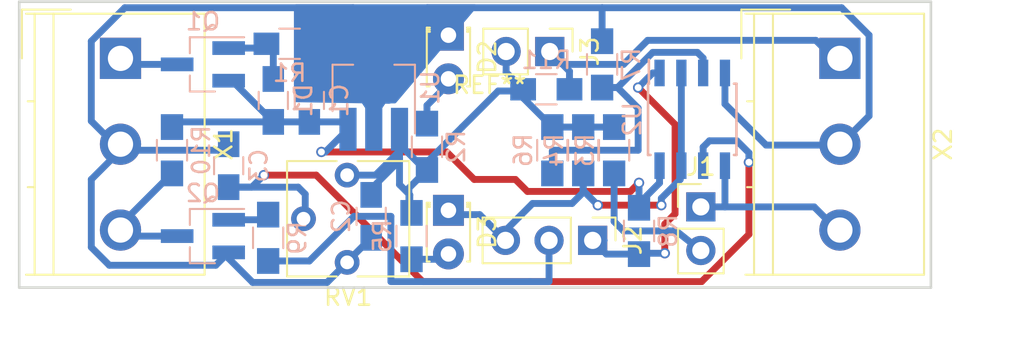
<source format=kicad_pcb>
(kicad_pcb (version 4) (host pcbnew 4.0.7-e2-6376~58~ubuntu16.04.1)

  (general
    (links 52)
    (no_connects 2)
    (area 117.424999 99.674999 170.675001 116.475001)
    (thickness 1.6)
    (drawings 6)
    (tracks 184)
    (zones 0)
    (modules 28)
    (nets 18)
  )

  (page A4)
  (layers
    (0 F.Cu signal)
    (31 B.Cu signal)
    (32 B.Adhes user)
    (33 F.Adhes user)
    (34 B.Paste user)
    (35 F.Paste user)
    (36 B.SilkS user)
    (37 F.SilkS user)
    (38 B.Mask user)
    (39 F.Mask user)
    (40 Dwgs.User user)
    (41 Cmts.User user)
    (42 Eco1.User user)
    (43 Eco2.User user)
    (44 Edge.Cuts user)
    (45 Margin user)
    (46 B.CrtYd user)
    (47 F.CrtYd user)
    (48 B.Fab user)
    (49 F.Fab user)
  )

  (setup
    (last_trace_width 0.4)
    (user_trace_width 0.2)
    (user_trace_width 0.25)
    (user_trace_width 0.3)
    (trace_clearance 0.25)
    (zone_clearance 0)
    (zone_45_only no)
    (trace_min 0.2)
    (segment_width 0.2)
    (edge_width 0.15)
    (via_size 0.6)
    (via_drill 0.4)
    (via_min_size 0.4)
    (via_min_drill 0.3)
    (uvia_size 0.3)
    (uvia_drill 0.1)
    (uvias_allowed no)
    (uvia_min_size 0.2)
    (uvia_min_drill 0.1)
    (pcb_text_width 0.3)
    (pcb_text_size 1.5 1.5)
    (mod_edge_width 0.15)
    (mod_text_size 0 0.2)
    (mod_text_width 0)
    (pad_size 1.524 1.524)
    (pad_drill 0.762)
    (pad_to_mask_clearance 0.2)
    (aux_axis_origin 0 0)
    (grid_origin 136.4 115)
    (visible_elements FFFDFF1F)
    (pcbplotparams
      (layerselection 0x00030_80000001)
      (usegerberextensions false)
      (excludeedgelayer true)
      (linewidth 0.100000)
      (plotframeref false)
      (viasonmask false)
      (mode 1)
      (useauxorigin false)
      (hpglpennumber 1)
      (hpglpenspeed 20)
      (hpglpendiameter 15)
      (hpglpenoverlay 2)
      (psnegative false)
      (psa4output false)
      (plotreference true)
      (plotvalue true)
      (plotinvisibletext false)
      (padsonsilk false)
      (subtractmaskfromsilk false)
      (outputformat 1)
      (mirror false)
      (drillshape 1)
      (scaleselection 1)
      (outputdirectory ""))
  )

  (net 0 "")
  (net 1 /5v)
  (net 2 "Net-(C3-Pad1)")
  (net 3 "Net-(D1-Pad2)")
  (net 4 "Net-(D2-Pad2)")
  (net 5 "Net-(D3-Pad2)")
  (net 6 /in_v)
  (net 7 "Net-(Q2-Pad1)")
  (net 8 "Net-(Q2-Pad3)")
  (net 9 /Gnd)
  (net 10 "Net-(D3-Pad1)")
  (net 11 "Net-(J1-Pad2)")
  (net 12 "Net-(J2-Pad1)")
  (net 13 "Net-(J2-Pad2)")
  (net 14 "Net-(J3-Pad1)")
  (net 15 "Net-(R6-Pad2)")
  (net 16 /Vcc)
  (net 17 /sign)

  (net_class Default "Это класс цепей по умолчанию."
    (clearance 0.25)
    (trace_width 0.4)
    (via_dia 0.6)
    (via_drill 0.4)
    (uvia_dia 0.3)
    (uvia_drill 0.1)
    (add_net /5v)
    (add_net /Gnd)
    (add_net /Vcc)
    (add_net /in_v)
    (add_net /sign)
    (add_net "Net-(C3-Pad1)")
    (add_net "Net-(D1-Pad2)")
    (add_net "Net-(D2-Pad2)")
    (add_net "Net-(D3-Pad1)")
    (add_net "Net-(D3-Pad2)")
    (add_net "Net-(J1-Pad2)")
    (add_net "Net-(J2-Pad1)")
    (add_net "Net-(J2-Pad2)")
    (add_net "Net-(J3-Pad1)")
    (add_net "Net-(Q2-Pad1)")
    (add_net "Net-(Q2-Pad3)")
    (add_net "Net-(R6-Pad2)")
  )

  (net_class small ""
    (clearance 0.25)
    (trace_width 0.3)
    (via_dia 0.6)
    (via_drill 0.4)
    (uvia_dia 0.3)
    (uvia_drill 0.1)
  )

  (module Housings_SOIC:SOIC-8_3.9x4.9mm_Pitch1.27mm (layer B.Cu) (tedit 59B9C106) (tstamp 59AC5B37)
    (at 156.7 106.6 270)
    (descr "8-Lead Plastic Small Outline (SN) - Narrow, 3.90 mm Body [SOIC] (see Microchip Packaging Specification 00000049BS.pdf)")
    (tags "SOIC 1.27")
    (path /59AC51AA)
    (attr smd)
    (fp_text reference U2 (at 0 3.5 270) (layer B.SilkS)
      (effects (font (size 1 1) (thickness 0.15)) (justify mirror))
    )
    (fp_text value LM393 (at 0 -3.5 270) (layer B.Fab)
      (effects (font (size 0.2 0) (thickness 0.15)) (justify mirror))
    )
    (fp_text user %R (at 0 0 450) (layer B.Fab)
      (effects (font (size 1 1) (thickness 0.15)) (justify mirror))
    )
    (fp_line (start -0.95 2.45) (end 1.95 2.45) (layer B.Fab) (width 0.1))
    (fp_line (start 1.95 2.45) (end 1.95 -2.45) (layer B.Fab) (width 0.1))
    (fp_line (start 1.95 -2.45) (end -1.95 -2.45) (layer B.Fab) (width 0.1))
    (fp_line (start -1.95 -2.45) (end -1.95 1.45) (layer B.Fab) (width 0.1))
    (fp_line (start -1.95 1.45) (end -0.95 2.45) (layer B.Fab) (width 0.1))
    (fp_line (start -3.73 2.7) (end -3.73 -2.7) (layer B.CrtYd) (width 0.05))
    (fp_line (start 3.73 2.7) (end 3.73 -2.7) (layer B.CrtYd) (width 0.05))
    (fp_line (start -3.73 2.7) (end 3.73 2.7) (layer B.CrtYd) (width 0.05))
    (fp_line (start -3.73 -2.7) (end 3.73 -2.7) (layer B.CrtYd) (width 0.05))
    (fp_line (start -2.075 2.575) (end -2.075 2.525) (layer B.SilkS) (width 0.15))
    (fp_line (start 2.075 2.575) (end 2.075 2.43) (layer B.SilkS) (width 0.15))
    (fp_line (start 2.075 -2.575) (end 2.075 -2.43) (layer B.SilkS) (width 0.15))
    (fp_line (start -2.075 -2.575) (end -2.075 -2.43) (layer B.SilkS) (width 0.15))
    (fp_line (start -2.075 2.575) (end 2.075 2.575) (layer B.SilkS) (width 0.15))
    (fp_line (start -2.075 -2.575) (end 2.075 -2.575) (layer B.SilkS) (width 0.15))
    (fp_line (start -2.075 2.525) (end -3.475 2.525) (layer B.SilkS) (width 0.15))
    (pad 1 smd rect (at -2.7 1.905 270) (size 1.55 0.6) (layers B.Cu B.Paste B.Mask)
      (net 12 "Net-(J2-Pad1)"))
    (pad 2 smd rect (at -2.7 0.635 270) (size 1.55 0.6) (layers B.Cu B.Paste B.Mask)
      (net 10 "Net-(D3-Pad1)"))
    (pad 3 smd rect (at -2.7 -0.635 270) (size 1.55 0.6) (layers B.Cu B.Paste B.Mask)
      (net 15 "Net-(R6-Pad2)"))
    (pad 4 smd rect (at -2.7 -1.905 270) (size 1.55 0.6) (layers B.Cu B.Paste B.Mask)
      (net 9 /Gnd))
    (pad 5 smd rect (at 2.7 -1.905 270) (size 1.55 0.6) (layers B.Cu B.Paste B.Mask)
      (net 17 /sign))
    (pad 6 smd rect (at 2.7 -0.635 270) (size 1.55 0.6) (layers B.Cu B.Paste B.Mask)
      (net 2 "Net-(C3-Pad1)"))
    (pad 7 smd rect (at 2.7 0.635 270) (size 1.55 0.6) (layers B.Cu B.Paste B.Mask)
      (net 10 "Net-(D3-Pad1)"))
    (pad 8 smd rect (at 2.7 1.905 270) (size 1.55 0.6) (layers B.Cu B.Paste B.Mask)
      (net 16 /Vcc))
    (model ${KISYS3DMOD}/Housings_SOIC.3dshapes/SOIC-8_3.9x4.9mm_Pitch1.27mm.wrl
      (at (xyz 0 0 0))
      (scale (xyz 1 1 1))
      (rotate (xyz 0 0 0))
    )
  )

  (module Connectors_Terminal_Blocks:TerminalBlock_Philmore_TB133_03x5mm_Straight (layer F.Cu) (tedit 59661312) (tstamp 59AC5B3E)
    (at 123.4 103.05 270)
    (descr "3-way 5.0mm pitch terminal block, http://www.philmore-datak.com/mc/Page%20197.pdf")
    (tags "screw terminal block")
    (path /59AC4ED8)
    (fp_text reference X1 (at 5 -6 270) (layer F.SilkS)
      (effects (font (size 1 1) (thickness 0.15)))
    )
    (fp_text value CONN_3 (at 5 6.9 270) (layer F.Fab)
      (effects (font (size 0.2 0) (thickness 0.15)))
    )
    (fp_line (start -3 -5.3) (end -3 5.9) (layer F.CrtYd) (width 0.05))
    (fp_line (start -3 5.9) (end 13 5.9) (layer F.CrtYd) (width 0.05))
    (fp_line (start 13 5.9) (end 13 -5.3) (layer F.CrtYd) (width 0.05))
    (fp_line (start 13 -5.3) (end -3 -5.3) (layer F.CrtYd) (width 0.05))
    (fp_line (start -2.5 3.9) (end 12.5 3.9) (layer F.Fab) (width 0.1))
    (fp_line (start -2.5 5) (end 12.5 5) (layer F.Fab) (width 0.1))
    (fp_line (start -2.5 5.4) (end -2.5 -4.8) (layer F.Fab) (width 0.1))
    (fp_line (start -2.5 -4.8) (end 12.5 -4.8) (layer F.Fab) (width 0.1))
    (fp_line (start 12.5 -4.8) (end 12.5 5.4) (layer F.Fab) (width 0.1))
    (fp_line (start 2.5 5) (end 2.5 5.4) (layer F.Fab) (width 0.1))
    (fp_line (start 7.5 5) (end 7.5 5.4) (layer F.Fab) (width 0.1))
    (fp_line (start -2.84 2.9) (end -2.84 5.74) (layer F.Fab) (width 0.1))
    (fp_line (start -2.84 5.74) (end 0 5.74) (layer F.Fab) (width 0.1))
    (fp_line (start -2.6 3.9) (end 12.6 3.9) (layer F.SilkS) (width 0.12))
    (fp_line (start -2.6 5) (end 12.6 5) (layer F.SilkS) (width 0.12))
    (fp_line (start -2.6 5.5) (end -2.6 -4.9) (layer F.SilkS) (width 0.12))
    (fp_line (start -2.6 -4.9) (end 12.6 -4.9) (layer F.SilkS) (width 0.12))
    (fp_line (start 12.6 -4.9) (end 12.6 5.5) (layer F.SilkS) (width 0.12))
    (fp_line (start 2.5 5) (end 2.5 5.4) (layer F.SilkS) (width 0.12))
    (fp_line (start 7.5 5) (end 7.5 5.4) (layer F.SilkS) (width 0.12))
    (fp_line (start -2.84 2.9) (end -2.84 5.74) (layer F.SilkS) (width 0.12))
    (fp_line (start -2.84 5.74) (end 0 5.74) (layer F.SilkS) (width 0.12))
    (fp_text user %R (at 5 0.3 270) (layer F.Fab)
      (effects (font (size 1 1) (thickness 0.15)))
    )
    (pad 1 thru_hole rect (at 0 0 270) (size 2.4 2.4) (drill 1.47) (layers *.Cu *.Mask)
      (net 6 /in_v))
    (pad 2 thru_hole circle (at 5 0 270) (size 2.4 2.4) (drill 1.47) (layers *.Cu *.Mask)
      (net 9 /Gnd))
    (pad 3 thru_hole circle (at 10 0 270) (size 2.4 2.4) (drill 1.47) (layers *.Cu *.Mask)
      (net 8 "Net-(Q2-Pad3)"))
    (model ${KISYS3DMOD}/Connectors_Terminal_Blocks.3dshapes/TerminalBlock_Philmore_TB133_03x5mm_Straight.wrl
      (at (xyz 0 0 0))
      (scale (xyz 1 1 1))
      (rotate (xyz 0 0 0))
    )
  )

  (module Capacitors_SMD:C_0805_HandSoldering (layer B.Cu) (tedit 58AA84A8) (tstamp 59AC5ADA)
    (at 134.4 105.5 90)
    (descr "Capacitor SMD 0805, hand soldering")
    (tags "capacitor 0805")
    (path /59AC7CB3)
    (attr smd)
    (fp_text reference C1 (at 0 1.75 90) (layer B.SilkS)
      (effects (font (size 1 1) (thickness 0.15)) (justify mirror))
    )
    (fp_text value 0,33uF (at 0 -1.75 90) (layer B.Fab)
      (effects (font (size 0.2 0) (thickness 0.15)) (justify mirror))
    )
    (fp_text user %R (at 0 1.75 90) (layer B.Fab)
      (effects (font (size 1 1) (thickness 0.15)) (justify mirror))
    )
    (fp_line (start -1 -0.62) (end -1 0.62) (layer B.Fab) (width 0.1))
    (fp_line (start 1 -0.62) (end -1 -0.62) (layer B.Fab) (width 0.1))
    (fp_line (start 1 0.62) (end 1 -0.62) (layer B.Fab) (width 0.1))
    (fp_line (start -1 0.62) (end 1 0.62) (layer B.Fab) (width 0.1))
    (fp_line (start 0.5 0.85) (end -0.5 0.85) (layer B.SilkS) (width 0.12))
    (fp_line (start -0.5 -0.85) (end 0.5 -0.85) (layer B.SilkS) (width 0.12))
    (fp_line (start -2.25 0.88) (end 2.25 0.88) (layer B.CrtYd) (width 0.05))
    (fp_line (start -2.25 0.88) (end -2.25 -0.87) (layer B.CrtYd) (width 0.05))
    (fp_line (start 2.25 -0.87) (end 2.25 0.88) (layer B.CrtYd) (width 0.05))
    (fp_line (start 2.25 -0.87) (end -2.25 -0.87) (layer B.CrtYd) (width 0.05))
    (pad 1 smd rect (at -1.25 0 90) (size 1.5 1.25) (layers B.Cu B.Paste B.Mask)
      (net 16 /Vcc))
    (pad 2 smd rect (at 1.25 0 90) (size 1.5 1.25) (layers B.Cu B.Paste B.Mask)
      (net 9 /Gnd))
    (model Capacitors_SMD.3dshapes/C_0805.wrl
      (at (xyz 0 0 0))
      (scale (xyz 1 1 1))
      (rotate (xyz 0 0 0))
    )
  )

  (module Capacitors_SMD:C_0805_HandSoldering (layer B.Cu) (tedit 58AA84A8) (tstamp 59AC5AE0)
    (at 138 112.25 270)
    (descr "Capacitor SMD 0805, hand soldering")
    (tags "capacitor 0805")
    (path /59AC7C64)
    (attr smd)
    (fp_text reference C2 (at 0 1.75 270) (layer B.SilkS)
      (effects (font (size 1 1) (thickness 0.15)) (justify mirror))
    )
    (fp_text value 0,1uF (at 0 -1.75 270) (layer B.Fab)
      (effects (font (size 0.2 0) (thickness 0.15)) (justify mirror))
    )
    (fp_text user %R (at 0 1.75 270) (layer B.Fab)
      (effects (font (size 1 1) (thickness 0.15)) (justify mirror))
    )
    (fp_line (start -1 -0.62) (end -1 0.62) (layer B.Fab) (width 0.1))
    (fp_line (start 1 -0.62) (end -1 -0.62) (layer B.Fab) (width 0.1))
    (fp_line (start 1 0.62) (end 1 -0.62) (layer B.Fab) (width 0.1))
    (fp_line (start -1 0.62) (end 1 0.62) (layer B.Fab) (width 0.1))
    (fp_line (start 0.5 0.85) (end -0.5 0.85) (layer B.SilkS) (width 0.12))
    (fp_line (start -0.5 -0.85) (end 0.5 -0.85) (layer B.SilkS) (width 0.12))
    (fp_line (start -2.25 0.88) (end 2.25 0.88) (layer B.CrtYd) (width 0.05))
    (fp_line (start -2.25 0.88) (end -2.25 -0.87) (layer B.CrtYd) (width 0.05))
    (fp_line (start 2.25 -0.87) (end 2.25 0.88) (layer B.CrtYd) (width 0.05))
    (fp_line (start 2.25 -0.87) (end -2.25 -0.87) (layer B.CrtYd) (width 0.05))
    (pad 1 smd rect (at -1.25 0 270) (size 1.5 1.25) (layers B.Cu B.Paste B.Mask)
      (net 1 /5v))
    (pad 2 smd rect (at 1.25 0 270) (size 1.5 1.25) (layers B.Cu B.Paste B.Mask)
      (net 9 /Gnd))
    (model Capacitors_SMD.3dshapes/C_0805.wrl
      (at (xyz 0 0 0))
      (scale (xyz 1 1 1))
      (rotate (xyz 0 0 0))
    )
  )

  (module Capacitors_SMD:C_0805_HandSoldering (layer B.Cu) (tedit 58AA84A8) (tstamp 59AC5AE6)
    (at 129.7 109.3 90)
    (descr "Capacitor SMD 0805, hand soldering")
    (tags "capacitor 0805")
    (path /59AC5425)
    (attr smd)
    (fp_text reference C3 (at 0 1.75 90) (layer B.SilkS)
      (effects (font (size 1 1) (thickness 0.15)) (justify mirror))
    )
    (fp_text value 100nF (at 0 -1.75 90) (layer B.Fab)
      (effects (font (size 0.2 0) (thickness 0.15)) (justify mirror))
    )
    (fp_text user %R (at 0 1.75 90) (layer B.Fab)
      (effects (font (size 1 1) (thickness 0.15)) (justify mirror))
    )
    (fp_line (start -1 -0.62) (end -1 0.62) (layer B.Fab) (width 0.1))
    (fp_line (start 1 -0.62) (end -1 -0.62) (layer B.Fab) (width 0.1))
    (fp_line (start 1 0.62) (end 1 -0.62) (layer B.Fab) (width 0.1))
    (fp_line (start -1 0.62) (end 1 0.62) (layer B.Fab) (width 0.1))
    (fp_line (start 0.5 0.85) (end -0.5 0.85) (layer B.SilkS) (width 0.12))
    (fp_line (start -0.5 -0.85) (end 0.5 -0.85) (layer B.SilkS) (width 0.12))
    (fp_line (start -2.25 0.88) (end 2.25 0.88) (layer B.CrtYd) (width 0.05))
    (fp_line (start -2.25 0.88) (end -2.25 -0.87) (layer B.CrtYd) (width 0.05))
    (fp_line (start 2.25 -0.87) (end 2.25 0.88) (layer B.CrtYd) (width 0.05))
    (fp_line (start 2.25 -0.87) (end -2.25 -0.87) (layer B.CrtYd) (width 0.05))
    (pad 1 smd rect (at -1.25 0 90) (size 1.5 1.25) (layers B.Cu B.Paste B.Mask)
      (net 2 "Net-(C3-Pad1)"))
    (pad 2 smd rect (at 1.25 0 90) (size 1.5 1.25) (layers B.Cu B.Paste B.Mask)
      (net 9 /Gnd))
    (model Capacitors_SMD.3dshapes/C_0805.wrl
      (at (xyz 0 0 0))
      (scale (xyz 1 1 1))
      (rotate (xyz 0 0 0))
    )
  )

  (module TO_SOT_Packages_SMD:SOT-23_Handsoldering (layer B.Cu) (tedit 58CE4E7E) (tstamp 59AC5AFF)
    (at 128.2 103.4 180)
    (descr "SOT-23, Handsoldering")
    (tags SOT-23)
    (path /59AC70C4)
    (attr smd)
    (fp_text reference Q1 (at 0 2.5 180) (layer B.SilkS)
      (effects (font (size 1 1) (thickness 0.15)) (justify mirror))
    )
    (fp_text value Q_PMOS_GSD (at 0 -2.5 180) (layer B.Fab)
      (effects (font (size 0.2 0) (thickness 0.15)) (justify mirror))
    )
    (fp_text user %R (at 0 0 450) (layer B.Fab)
      (effects (font (size 0.5 0.5) (thickness 0.075)) (justify mirror))
    )
    (fp_line (start 0.76 -1.58) (end 0.76 -0.65) (layer B.SilkS) (width 0.12))
    (fp_line (start 0.76 1.58) (end 0.76 0.65) (layer B.SilkS) (width 0.12))
    (fp_line (start -2.7 1.75) (end 2.7 1.75) (layer B.CrtYd) (width 0.05))
    (fp_line (start 2.7 1.75) (end 2.7 -1.75) (layer B.CrtYd) (width 0.05))
    (fp_line (start 2.7 -1.75) (end -2.7 -1.75) (layer B.CrtYd) (width 0.05))
    (fp_line (start -2.7 -1.75) (end -2.7 1.75) (layer B.CrtYd) (width 0.05))
    (fp_line (start 0.76 1.58) (end -2.4 1.58) (layer B.SilkS) (width 0.12))
    (fp_line (start -0.7 0.95) (end -0.7 -1.5) (layer B.Fab) (width 0.1))
    (fp_line (start -0.15 1.52) (end 0.7 1.52) (layer B.Fab) (width 0.1))
    (fp_line (start -0.7 0.95) (end -0.15 1.52) (layer B.Fab) (width 0.1))
    (fp_line (start 0.7 1.52) (end 0.7 -1.52) (layer B.Fab) (width 0.1))
    (fp_line (start -0.7 -1.52) (end 0.7 -1.52) (layer B.Fab) (width 0.1))
    (fp_line (start 0.76 -1.58) (end -0.7 -1.58) (layer B.SilkS) (width 0.12))
    (pad 1 smd rect (at -1.5 0.95 180) (size 1.9 0.8) (layers B.Cu B.Paste B.Mask)
      (net 3 "Net-(D1-Pad2)"))
    (pad 2 smd rect (at -1.5 -0.95 180) (size 1.9 0.8) (layers B.Cu B.Paste B.Mask)
      (net 16 /Vcc))
    (pad 3 smd rect (at 1.5 0 180) (size 1.9 0.8) (layers B.Cu B.Paste B.Mask)
      (net 6 /in_v))
    (model ${KISYS3DMOD}/TO_SOT_Packages_SMD.3dshapes\SOT-23.wrl
      (at (xyz 0 0 0))
      (scale (xyz 1 1 1))
      (rotate (xyz 0 0 0))
    )
  )

  (module TO_SOT_Packages_SMD:SOT-23_Handsoldering (layer B.Cu) (tedit 58CE4E7E) (tstamp 59AC5B06)
    (at 128.2 113.4 180)
    (descr "SOT-23, Handsoldering")
    (tags SOT-23)
    (path /59AC54BC)
    (attr smd)
    (fp_text reference Q2 (at 0 2.5 180) (layer B.SilkS)
      (effects (font (size 1 1) (thickness 0.15)) (justify mirror))
    )
    (fp_text value Q_NMOS_GSD (at 0 -2.5 180) (layer B.Fab)
      (effects (font (size 0.2 0) (thickness 0.15)) (justify mirror))
    )
    (fp_text user %R (at 0 0 450) (layer B.Fab)
      (effects (font (size 0.5 0.5) (thickness 0.075)) (justify mirror))
    )
    (fp_line (start 0.76 -1.58) (end 0.76 -0.65) (layer B.SilkS) (width 0.12))
    (fp_line (start 0.76 1.58) (end 0.76 0.65) (layer B.SilkS) (width 0.12))
    (fp_line (start -2.7 1.75) (end 2.7 1.75) (layer B.CrtYd) (width 0.05))
    (fp_line (start 2.7 1.75) (end 2.7 -1.75) (layer B.CrtYd) (width 0.05))
    (fp_line (start 2.7 -1.75) (end -2.7 -1.75) (layer B.CrtYd) (width 0.05))
    (fp_line (start -2.7 -1.75) (end -2.7 1.75) (layer B.CrtYd) (width 0.05))
    (fp_line (start 0.76 1.58) (end -2.4 1.58) (layer B.SilkS) (width 0.12))
    (fp_line (start -0.7 0.95) (end -0.7 -1.5) (layer B.Fab) (width 0.1))
    (fp_line (start -0.15 1.52) (end 0.7 1.52) (layer B.Fab) (width 0.1))
    (fp_line (start -0.7 0.95) (end -0.15 1.52) (layer B.Fab) (width 0.1))
    (fp_line (start 0.7 1.52) (end 0.7 -1.52) (layer B.Fab) (width 0.1))
    (fp_line (start -0.7 -1.52) (end 0.7 -1.52) (layer B.Fab) (width 0.1))
    (fp_line (start 0.76 -1.58) (end -0.7 -1.58) (layer B.SilkS) (width 0.12))
    (pad 1 smd rect (at -1.5 0.95 180) (size 1.9 0.8) (layers B.Cu B.Paste B.Mask)
      (net 7 "Net-(Q2-Pad1)"))
    (pad 2 smd rect (at -1.5 -0.95 180) (size 1.9 0.8) (layers B.Cu B.Paste B.Mask)
      (net 9 /Gnd))
    (pad 3 smd rect (at 1.5 0 180) (size 1.9 0.8) (layers B.Cu B.Paste B.Mask)
      (net 8 "Net-(Q2-Pad3)"))
    (model ${KISYS3DMOD}/TO_SOT_Packages_SMD.3dshapes\SOT-23.wrl
      (at (xyz 0 0 0))
      (scale (xyz 1 1 1))
      (rotate (xyz 0 0 0))
    )
  )

  (module Resistors_SMD:R_0805_HandSoldering (layer B.Cu) (tedit 58E0A804) (tstamp 59AC5B0C)
    (at 133.25 102.2)
    (descr "Resistor SMD 0805, hand soldering")
    (tags "resistor 0805")
    (path /59B42C2F)
    (attr smd)
    (fp_text reference R1 (at 0 1.7) (layer B.SilkS)
      (effects (font (size 1 1) (thickness 0.15)) (justify mirror))
    )
    (fp_text value 100k (at 0 -1.75) (layer B.Fab)
      (effects (font (size 0.2 0) (thickness 0.15)) (justify mirror))
    )
    (fp_text user %R (at 0 0) (layer B.Fab)
      (effects (font (size 0.5 0.5) (thickness 0.075)) (justify mirror))
    )
    (fp_line (start -1 -0.62) (end -1 0.62) (layer B.Fab) (width 0.1))
    (fp_line (start 1 -0.62) (end -1 -0.62) (layer B.Fab) (width 0.1))
    (fp_line (start 1 0.62) (end 1 -0.62) (layer B.Fab) (width 0.1))
    (fp_line (start -1 0.62) (end 1 0.62) (layer B.Fab) (width 0.1))
    (fp_line (start 0.6 -0.88) (end -0.6 -0.88) (layer B.SilkS) (width 0.12))
    (fp_line (start -0.6 0.88) (end 0.6 0.88) (layer B.SilkS) (width 0.12))
    (fp_line (start -2.35 0.9) (end 2.35 0.9) (layer B.CrtYd) (width 0.05))
    (fp_line (start -2.35 0.9) (end -2.35 -0.9) (layer B.CrtYd) (width 0.05))
    (fp_line (start 2.35 -0.9) (end 2.35 0.9) (layer B.CrtYd) (width 0.05))
    (fp_line (start 2.35 -0.9) (end -2.35 -0.9) (layer B.CrtYd) (width 0.05))
    (pad 1 smd rect (at -1.35 0) (size 1.5 1.3) (layers B.Cu B.Paste B.Mask)
      (net 3 "Net-(D1-Pad2)"))
    (pad 2 smd rect (at 1.35 0) (size 1.5 1.3) (layers B.Cu B.Paste B.Mask)
      (net 9 /Gnd))
    (model ${KISYS3DMOD}/Resistors_SMD.3dshapes/R_0805.wrl
      (at (xyz 0 0 0))
      (scale (xyz 1 1 1))
      (rotate (xyz 0 0 0))
    )
  )

  (module Resistors_SMD:R_0805_HandSoldering (layer B.Cu) (tedit 58E0A804) (tstamp 59AC5B12)
    (at 141.25 108.2 90)
    (descr "Resistor SMD 0805, hand soldering")
    (tags "resistor 0805")
    (path /59AC5D4C)
    (attr smd)
    (fp_text reference R2 (at 0 1.7 90) (layer B.SilkS)
      (effects (font (size 1 1) (thickness 0.15)) (justify mirror))
    )
    (fp_text value 470R (at 0 -1.75 90) (layer B.Fab)
      (effects (font (size 0.2 0) (thickness 0.15)) (justify mirror))
    )
    (fp_text user %R (at 0 0 90) (layer B.Fab)
      (effects (font (size 0.5 0.5) (thickness 0.075)) (justify mirror))
    )
    (fp_line (start -1 -0.62) (end -1 0.62) (layer B.Fab) (width 0.1))
    (fp_line (start 1 -0.62) (end -1 -0.62) (layer B.Fab) (width 0.1))
    (fp_line (start 1 0.62) (end 1 -0.62) (layer B.Fab) (width 0.1))
    (fp_line (start -1 0.62) (end 1 0.62) (layer B.Fab) (width 0.1))
    (fp_line (start 0.6 -0.88) (end -0.6 -0.88) (layer B.SilkS) (width 0.12))
    (fp_line (start -0.6 0.88) (end 0.6 0.88) (layer B.SilkS) (width 0.12))
    (fp_line (start -2.35 0.9) (end 2.35 0.9) (layer B.CrtYd) (width 0.05))
    (fp_line (start -2.35 0.9) (end -2.35 -0.9) (layer B.CrtYd) (width 0.05))
    (fp_line (start 2.35 -0.9) (end 2.35 0.9) (layer B.CrtYd) (width 0.05))
    (fp_line (start 2.35 -0.9) (end -2.35 -0.9) (layer B.CrtYd) (width 0.05))
    (pad 1 smd rect (at -1.35 0 90) (size 1.5 1.3) (layers B.Cu B.Paste B.Mask)
      (net 1 /5v))
    (pad 2 smd rect (at 1.35 0 90) (size 1.5 1.3) (layers B.Cu B.Paste B.Mask)
      (net 4 "Net-(D2-Pad2)"))
    (model ${KISYS3DMOD}/Resistors_SMD.3dshapes/R_0805.wrl
      (at (xyz 0 0 0))
      (scale (xyz 1 1 1))
      (rotate (xyz 0 0 0))
    )
  )

  (module Resistors_SMD:R_0805_HandSoldering (layer B.Cu) (tedit 58E0A804) (tstamp 59AC5B18)
    (at 152.15 108.4 270)
    (descr "Resistor SMD 0805, hand soldering")
    (tags "resistor 0805")
    (path /59AC5E56)
    (attr smd)
    (fp_text reference R3 (at 0 1.7 270) (layer B.SilkS)
      (effects (font (size 1 1) (thickness 0.15)) (justify mirror))
    )
    (fp_text value 10k (at 0 -1.75 270) (layer B.Fab)
      (effects (font (size 0.2 0) (thickness 0.15)) (justify mirror))
    )
    (fp_text user %R (at 0 0 270) (layer B.Fab)
      (effects (font (size 0.5 0.5) (thickness 0.075)) (justify mirror))
    )
    (fp_line (start -1 -0.62) (end -1 0.62) (layer B.Fab) (width 0.1))
    (fp_line (start 1 -0.62) (end -1 -0.62) (layer B.Fab) (width 0.1))
    (fp_line (start 1 0.62) (end 1 -0.62) (layer B.Fab) (width 0.1))
    (fp_line (start -1 0.62) (end 1 0.62) (layer B.Fab) (width 0.1))
    (fp_line (start 0.6 -0.88) (end -0.6 -0.88) (layer B.SilkS) (width 0.12))
    (fp_line (start -0.6 0.88) (end 0.6 0.88) (layer B.SilkS) (width 0.12))
    (fp_line (start -2.35 0.9) (end 2.35 0.9) (layer B.CrtYd) (width 0.05))
    (fp_line (start -2.35 0.9) (end -2.35 -0.9) (layer B.CrtYd) (width 0.05))
    (fp_line (start 2.35 -0.9) (end 2.35 0.9) (layer B.CrtYd) (width 0.05))
    (fp_line (start 2.35 -0.9) (end -2.35 -0.9) (layer B.CrtYd) (width 0.05))
    (pad 1 smd rect (at -1.35 0 270) (size 1.5 1.3) (layers B.Cu B.Paste B.Mask)
      (net 1 /5v))
    (pad 2 smd rect (at 1.35 0 270) (size 1.5 1.3) (layers B.Cu B.Paste B.Mask)
      (net 11 "Net-(J1-Pad2)"))
    (model ${KISYS3DMOD}/Resistors_SMD.3dshapes/R_0805.wrl
      (at (xyz 0 0 0))
      (scale (xyz 1 1 1))
      (rotate (xyz 0 0 0))
    )
  )

  (module Resistors_SMD:R_0805_HandSoldering (layer B.Cu) (tedit 58E0A804) (tstamp 59AC5B1E)
    (at 150.35 108.4 270)
    (descr "Resistor SMD 0805, hand soldering")
    (tags "resistor 0805")
    (path /59B713B5)
    (attr smd)
    (fp_text reference R4 (at 0 1.7 270) (layer B.SilkS)
      (effects (font (size 1 1) (thickness 0.15)) (justify mirror))
    )
    (fp_text value 5k (at 0 -1.75 270) (layer B.Fab)
      (effects (font (size 0.2 0) (thickness 0.15)) (justify mirror))
    )
    (fp_text user %R (at 0 0 270) (layer B.Fab)
      (effects (font (size 0.5 0.5) (thickness 0.075)) (justify mirror))
    )
    (fp_line (start -1 -0.62) (end -1 0.62) (layer B.Fab) (width 0.1))
    (fp_line (start 1 -0.62) (end -1 -0.62) (layer B.Fab) (width 0.1))
    (fp_line (start 1 0.62) (end 1 -0.62) (layer B.Fab) (width 0.1))
    (fp_line (start -1 0.62) (end 1 0.62) (layer B.Fab) (width 0.1))
    (fp_line (start 0.6 -0.88) (end -0.6 -0.88) (layer B.SilkS) (width 0.12))
    (fp_line (start -0.6 0.88) (end 0.6 0.88) (layer B.SilkS) (width 0.12))
    (fp_line (start -2.35 0.9) (end 2.35 0.9) (layer B.CrtYd) (width 0.05))
    (fp_line (start -2.35 0.9) (end -2.35 -0.9) (layer B.CrtYd) (width 0.05))
    (fp_line (start 2.35 -0.9) (end 2.35 0.9) (layer B.CrtYd) (width 0.05))
    (fp_line (start 2.35 -0.9) (end -2.35 -0.9) (layer B.CrtYd) (width 0.05))
    (pad 1 smd rect (at -1.35 0 270) (size 1.5 1.3) (layers B.Cu B.Paste B.Mask)
      (net 1 /5v))
    (pad 2 smd rect (at 1.35 0 270) (size 1.5 1.3) (layers B.Cu B.Paste B.Mask)
      (net 10 "Net-(D3-Pad1)"))
    (model ${KISYS3DMOD}/Resistors_SMD.3dshapes/R_0805.wrl
      (at (xyz 0 0 0))
      (scale (xyz 1 1 1))
      (rotate (xyz 0 0 0))
    )
  )

  (module Resistors_SMD:R_0805_HandSoldering (layer B.Cu) (tedit 58E0A804) (tstamp 59AC5B24)
    (at 140.35 113.4 270)
    (descr "Resistor SMD 0805, hand soldering")
    (tags "resistor 0805")
    (path /59B5A9FE)
    (attr smd)
    (fp_text reference R5 (at 0 1.7 270) (layer B.SilkS)
      (effects (font (size 1 1) (thickness 0.15)) (justify mirror))
    )
    (fp_text value 470R (at 0 -1.75 270) (layer B.Fab)
      (effects (font (size 0.2 0) (thickness 0.15)) (justify mirror))
    )
    (fp_text user %R (at 0 0 270) (layer B.Fab)
      (effects (font (size 0.5 0.5) (thickness 0.075)) (justify mirror))
    )
    (fp_line (start -1 -0.62) (end -1 0.62) (layer B.Fab) (width 0.1))
    (fp_line (start 1 -0.62) (end -1 -0.62) (layer B.Fab) (width 0.1))
    (fp_line (start 1 0.62) (end 1 -0.62) (layer B.Fab) (width 0.1))
    (fp_line (start -1 0.62) (end 1 0.62) (layer B.Fab) (width 0.1))
    (fp_line (start 0.6 -0.88) (end -0.6 -0.88) (layer B.SilkS) (width 0.12))
    (fp_line (start -0.6 0.88) (end 0.6 0.88) (layer B.SilkS) (width 0.12))
    (fp_line (start -2.35 0.9) (end 2.35 0.9) (layer B.CrtYd) (width 0.05))
    (fp_line (start -2.35 0.9) (end -2.35 -0.9) (layer B.CrtYd) (width 0.05))
    (fp_line (start 2.35 -0.9) (end 2.35 0.9) (layer B.CrtYd) (width 0.05))
    (fp_line (start 2.35 -0.9) (end -2.35 -0.9) (layer B.CrtYd) (width 0.05))
    (pad 1 smd rect (at -1.35 0 270) (size 1.5 1.3) (layers B.Cu B.Paste B.Mask)
      (net 1 /5v))
    (pad 2 smd rect (at 1.35 0 270) (size 1.5 1.3) (layers B.Cu B.Paste B.Mask)
      (net 5 "Net-(D3-Pad2)"))
    (model ${KISYS3DMOD}/Resistors_SMD.3dshapes/R_0805.wrl
      (at (xyz 0 0 0))
      (scale (xyz 1 1 1))
      (rotate (xyz 0 0 0))
    )
  )

  (module Potentiometers:Potentiometer_Trimmer_Vishay_T73YP_Horizontal (layer F.Cu) (tedit 58826B09) (tstamp 59AC5B2B)
    (at 136.6 109.85 180)
    (descr "Potentiometer, horizontally mounted, Omeg PC16PU, Omeg PC16PU, Omeg PC16PU, Vishay/Spectrol 248GJ/249GJ Single, Vishay/Spectrol 248GJ/249GJ Single, Vishay/Spectrol 248GJ/249GJ Single, Vishay/Spectrol 248GH/249GH Single, Vishay/Spectrol 148/149 Single, Vishay/Spectrol 148/149 Single, Vishay/Spectrol 148/149 Single, Vishay/Spectrol 148A/149A Single with mounting plates, Vishay/Spectrol 148/149 Double, Vishay/Spectrol 148A/149A Double with mounting plates, Piher PC-16 Single, Piher PC-16 Single, Piher PC-16 Single, Piher PC-16SV Single, Piher PC-16 Double, Piher PC-16 Triple, Piher T16H Single, Piher T16L Single, Piher T16H Double, Alps RK163 Single, Alps RK163 Double, Alps RK097 Single, Alps RK097 Double, Bourns PTV09A-2 Single with mounting sleve Single, Bourns PTV09A-1 with mounting sleve Single, Bourns PRS11S Single, Alps RK09K Single with mounting sleve Single, Alps RK09K with mounting sleve Single, Alps RK09L Single, Alps RK09L Single, Alps RK09L Double, Alps RK09L Double, Alps RK09Y Single, Bourns 3339S Single, Bourns 3339S Single, Bourns 3339P Single, Bourns 3339H Single, Vishay T7YA Single, Suntan TSR-3386H Single, Suntan TSR-3386H Single, Suntan TSR-3386P Single, Vishay T73XX Single, Vishay T73XX Single, Vishay T73YP Single, http://www.vishay.com/docs/51016/t73.pdf")
    (tags "Potentiometer horizontal  Omeg PC16PU  Omeg PC16PU  Omeg PC16PU  Vishay/Spectrol 248GJ/249GJ Single  Vishay/Spectrol 248GJ/249GJ Single  Vishay/Spectrol 248GJ/249GJ Single  Vishay/Spectrol 248GH/249GH Single  Vishay/Spectrol 148/149 Single  Vishay/Spectrol 148/149 Single  Vishay/Spectrol 148/149 Single  Vishay/Spectrol 148A/149A Single with mounting plates  Vishay/Spectrol 148/149 Double  Vishay/Spectrol 148A/149A Double with mounting plates  Piher PC-16 Single  Piher PC-16 Single  Piher PC-16 Single  Piher PC-16SV Single  Piher PC-16 Double  Piher PC-16 Triple  Piher T16H Single  Piher T16L Single  Piher T16H Double  Alps RK163 Single  Alps RK163 Double  Alps RK097 Single  Alps RK097 Double  Bourns PTV09A-2 Single with mounting sleve Single  Bourns PTV09A-1 with mounting sleve Single  Bourns PRS11S Single  Alps RK09K Single with mounting sleve Single  Alps RK09K with mounting sleve Single  Alps RK09L Single  Alps RK09L Single  Alps RK09L Double  Alps RK09L Double  Alps RK09Y Single  Bourns 3339S Single  Bourns 3339S Single  Bourns 3339P Single  Bourns 3339H Single  Vishay T7YA Single  Suntan TSR-3386H Single  Suntan TSR-3386H Single  Suntan TSR-3386P Single  Vishay T73XX Single  Vishay T73XX Single  Vishay T73YP Single")
    (path /59AC5F30)
    (fp_text reference RV1 (at -0.06 -7.09 180) (layer F.SilkS)
      (effects (font (size 1 1) (thickness 0.15)))
    )
    (fp_text value 10k (at -0.06 2.01 180) (layer F.Fab)
      (effects (font (size 0.2 0) (thickness 0.15)))
    )
    (fp_circle (center 0.24 -2.54) (end 1.74 -2.54) (layer F.Fab) (width 0.1))
    (fp_circle (center 0.24 -2.54) (end 1.74 -2.54) (layer F.Fab) (width 0.1))
    (fp_line (start -3.56 -5.84) (end -3.56 0.76) (layer F.Fab) (width 0.1))
    (fp_line (start -3.56 0.76) (end 3.44 0.76) (layer F.Fab) (width 0.1))
    (fp_line (start 3.44 0.76) (end 3.44 -5.84) (layer F.Fab) (width 0.1))
    (fp_line (start 3.44 -5.84) (end -3.56 -5.84) (layer F.Fab) (width 0.1))
    (fp_line (start -0.961 -2.616) (end 0.164 -2.616) (layer F.Fab) (width 0.1))
    (fp_line (start 0.164 -2.616) (end 0.164 -3.741) (layer F.Fab) (width 0.1))
    (fp_line (start 0.164 -3.741) (end 0.316 -3.741) (layer F.Fab) (width 0.1))
    (fp_line (start 0.316 -3.741) (end 0.316 -2.616) (layer F.Fab) (width 0.1))
    (fp_line (start 0.316 -2.616) (end 1.441 -2.616) (layer F.Fab) (width 0.1))
    (fp_line (start 1.441 -2.616) (end 1.441 -2.464) (layer F.Fab) (width 0.1))
    (fp_line (start 1.441 -2.464) (end 0.316 -2.464) (layer F.Fab) (width 0.1))
    (fp_line (start 0.316 -2.464) (end 0.316 -1.339) (layer F.Fab) (width 0.1))
    (fp_line (start 0.316 -1.339) (end 0.164 -1.339) (layer F.Fab) (width 0.1))
    (fp_line (start 0.164 -1.339) (end 0.164 -2.464) (layer F.Fab) (width 0.1))
    (fp_line (start 0.164 -2.464) (end -0.961 -2.464) (layer F.Fab) (width 0.1))
    (fp_line (start -0.961 -2.464) (end -0.961 -2.616) (layer F.Fab) (width 0.1))
    (fp_line (start -3.62 -5.9) (end -0.611 -5.9) (layer F.SilkS) (width 0.12))
    (fp_line (start 0.611 -5.9) (end 3.5 -5.9) (layer F.SilkS) (width 0.12))
    (fp_line (start -3.62 0.82) (end -0.611 0.82) (layer F.SilkS) (width 0.12))
    (fp_line (start 0.611 0.82) (end 3.5 0.82) (layer F.SilkS) (width 0.12))
    (fp_line (start -3.62 -5.9) (end -3.62 0.82) (layer F.SilkS) (width 0.12))
    (fp_line (start 3.5 -5.9) (end 3.5 0.82) (layer F.SilkS) (width 0.12))
    (fp_line (start -3.85 -6.1) (end -3.85 1.05) (layer F.CrtYd) (width 0.05))
    (fp_line (start -3.85 1.05) (end 3.7 1.05) (layer F.CrtYd) (width 0.05))
    (fp_line (start 3.7 1.05) (end 3.7 -6.1) (layer F.CrtYd) (width 0.05))
    (fp_line (start 3.7 -6.1) (end -3.85 -6.1) (layer F.CrtYd) (width 0.05))
    (pad 3 thru_hole circle (at 0 -5.08 180) (size 1.44 1.44) (drill 0.8) (layers *.Cu *.Mask)
      (net 9 /Gnd))
    (pad 2 thru_hole circle (at 2.54 -2.54 180) (size 1.44 1.44) (drill 0.8) (layers *.Cu *.Mask)
      (net 2 "Net-(C3-Pad1)"))
    (pad 1 thru_hole circle (at 0 0 180) (size 1.44 1.44) (drill 0.8) (layers *.Cu *.Mask)
      (net 1 /5v))
    (model Potentiometers.3dshapes/Potentiometer_Trimmer_Vishay_T73YP_Horizontal.wrl
      (at (xyz 0 0 0))
      (scale (xyz 0.393701 0.393701 0.393701))
      (rotate (xyz 0 0 0))
    )
  )

  (module TO_SOT_Packages_SMD:SOT-89-3_Handsoldering (layer B.Cu) (tedit 58CE4E7F) (tstamp 59AC5C8A)
    (at 138.15 105.2 90)
    (descr "SOT-89-3 Handsoldering")
    (tags "SOT-89-3 Handsoldering")
    (path /59AC504D)
    (attr smd)
    (fp_text reference U1 (at 0.45 3.3 90) (layer B.SilkS)
      (effects (font (size 1 1) (thickness 0.15)) (justify mirror))
    )
    (fp_text value L78L05_SOT89 (at 0.5 -3.15 90) (layer B.Fab)
      (effects (font (size 0.2 0) (thickness 0.15)) (justify mirror))
    )
    (fp_text user %R (at 0.38 0 360) (layer B.Fab)
      (effects (font (size 0.6 0.6) (thickness 0.09)) (justify mirror))
    )
    (fp_line (start -3.5 -2.55) (end 4.25 -2.55) (layer B.CrtYd) (width 0.05))
    (fp_line (start 4.25 -2.55) (end 4.25 2.55) (layer B.CrtYd) (width 0.05))
    (fp_line (start 4.25 2.55) (end -3.5 2.55) (layer B.CrtYd) (width 0.05))
    (fp_line (start -3.5 2.55) (end -3.5 -2.55) (layer B.CrtYd) (width 0.05))
    (fp_line (start 1.78 -1.2) (end 1.78 -2.4) (layer B.SilkS) (width 0.12))
    (fp_line (start 1.78 -2.4) (end -0.92 -2.4) (layer B.SilkS) (width 0.12))
    (fp_line (start -2.22 2.4) (end 1.78 2.4) (layer B.SilkS) (width 0.12))
    (fp_line (start 1.78 2.4) (end 1.78 1.2) (layer B.SilkS) (width 0.12))
    (fp_line (start -0.92 1.51) (end -0.13 2.3) (layer B.Fab) (width 0.1))
    (fp_line (start 1.68 2.3) (end 1.68 -2.3) (layer B.Fab) (width 0.1))
    (fp_line (start 1.68 -2.3) (end -0.92 -2.3) (layer B.Fab) (width 0.1))
    (fp_line (start -0.92 -2.3) (end -0.92 1.51) (layer B.Fab) (width 0.1))
    (fp_line (start -0.13 2.3) (end 1.68 2.3) (layer B.Fab) (width 0.1))
    (pad 1 smd rect (at -1.98 1.5 180) (size 1 2.5) (layers B.Cu B.Paste B.Mask)
      (net 1 /5v))
    (pad 2 smd rect (at -1.98 0 180) (size 1 2.5) (layers B.Cu B.Paste B.Mask)
      (net 9 /Gnd))
    (pad 3 smd rect (at -1.98 -1.5 180) (size 1 2.5) (layers B.Cu B.Paste B.Mask)
      (net 16 /Vcc))
    (pad 2 smd rect (at 1.98 0 180) (size 2 4) (layers B.Cu B.Paste B.Mask)
      (net 9 /Gnd))
    (pad 2 smd trapezoid (at -0.37 0) (size 1.5 0.75) (rect_delta 0 -0.5 ) (layers B.Cu B.Paste B.Mask)
      (net 9 /Gnd))
    (model ${KISYS3DMOD}/TO_SOT_Packages_SMD.3dshapes/SOT-89-3.wrl
      (at (xyz 0 0 0))
      (scale (xyz 1 1 1))
      (rotate (xyz 0 0 0))
    )
  )

  (module Capacitors_SMD:C_0805_HandSoldering (layer B.Cu) (tedit 58AA84A8) (tstamp 59B9BAB6)
    (at 132.3 105.5 90)
    (descr "Capacitor SMD 0805, hand soldering")
    (tags "capacitor 0805")
    (path /59B42EFA)
    (attr smd)
    (fp_text reference D1 (at 0 1.75 90) (layer B.SilkS)
      (effects (font (size 1 1) (thickness 0.15)) (justify mirror))
    )
    (fp_text value D_Zener (at 0 -1.75 90) (layer B.Fab)
      (effects (font (size 0.2 0) (thickness 0.15)) (justify mirror))
    )
    (fp_text user %R (at 0 1.75 90) (layer B.Fab)
      (effects (font (size 1 1) (thickness 0.15)) (justify mirror))
    )
    (fp_line (start -1 -0.62) (end -1 0.62) (layer B.Fab) (width 0.1))
    (fp_line (start 1 -0.62) (end -1 -0.62) (layer B.Fab) (width 0.1))
    (fp_line (start 1 0.62) (end 1 -0.62) (layer B.Fab) (width 0.1))
    (fp_line (start -1 0.62) (end 1 0.62) (layer B.Fab) (width 0.1))
    (fp_line (start 0.5 0.85) (end -0.5 0.85) (layer B.SilkS) (width 0.12))
    (fp_line (start -0.5 -0.85) (end 0.5 -0.85) (layer B.SilkS) (width 0.12))
    (fp_line (start -2.25 0.88) (end 2.25 0.88) (layer B.CrtYd) (width 0.05))
    (fp_line (start -2.25 0.88) (end -2.25 -0.87) (layer B.CrtYd) (width 0.05))
    (fp_line (start 2.25 -0.87) (end 2.25 0.88) (layer B.CrtYd) (width 0.05))
    (fp_line (start 2.25 -0.87) (end -2.25 -0.87) (layer B.CrtYd) (width 0.05))
    (pad 1 smd rect (at -1.25 0 90) (size 1.5 1.25) (layers B.Cu B.Paste B.Mask)
      (net 16 /Vcc))
    (pad 2 smd rect (at 1.25 0 90) (size 1.5 1.25) (layers B.Cu B.Paste B.Mask)
      (net 3 "Net-(D1-Pad2)"))
    (model Capacitors_SMD.3dshapes/C_0805.wrl
      (at (xyz 0 0 0))
      (scale (xyz 1 1 1))
      (rotate (xyz 0 0 0))
    )
  )

  (module Pin_Headers:Pin_Header_Straight_1x02_Pitch2.54mm (layer F.Cu) (tedit 59B9C7C0) (tstamp 59B9BACA)
    (at 157.2 111.7)
    (descr "Through hole straight pin header, 1x02, 2.54mm pitch, single row")
    (tags "Through hole pin header THT 1x02 2.54mm single row")
    (path /59B54B64)
    (fp_text reference J1 (at 0 -2.33) (layer F.SilkS)
      (effects (font (size 1 1) (thickness 0.15)))
    )
    (fp_text value Conn_01x02_Male (at 0 4.87) (layer F.Fab)
      (effects (font (size 0.2 0) (thickness 0.15)))
    )
    (fp_line (start -0.635 -1.27) (end 1.27 -1.27) (layer F.Fab) (width 0.1))
    (fp_line (start 1.27 -1.27) (end 1.27 3.81) (layer F.Fab) (width 0.1))
    (fp_line (start 1.27 3.81) (end -1.27 3.81) (layer F.Fab) (width 0.1))
    (fp_line (start -1.27 3.81) (end -1.27 -0.635) (layer F.Fab) (width 0.1))
    (fp_line (start -1.27 -0.635) (end -0.635 -1.27) (layer F.Fab) (width 0.1))
    (fp_line (start -1.33 3.87) (end 1.33 3.87) (layer F.SilkS) (width 0.12))
    (fp_line (start -1.33 1.27) (end -1.33 3.87) (layer F.SilkS) (width 0.12))
    (fp_line (start 1.33 1.27) (end 1.33 3.87) (layer F.SilkS) (width 0.12))
    (fp_line (start -1.33 1.27) (end 1.33 1.27) (layer F.SilkS) (width 0.12))
    (fp_line (start -1.33 0) (end -1.33 -1.33) (layer F.SilkS) (width 0.12))
    (fp_line (start -1.33 -1.33) (end 0 -1.33) (layer F.SilkS) (width 0.12))
    (fp_line (start -1.8 -1.8) (end -1.8 4.35) (layer F.CrtYd) (width 0.05))
    (fp_line (start -1.8 4.35) (end 1.8 4.35) (layer F.CrtYd) (width 0.05))
    (fp_line (start 1.8 4.35) (end 1.8 -1.8) (layer F.CrtYd) (width 0.05))
    (fp_line (start 1.8 -1.8) (end -1.8 -1.8) (layer F.CrtYd) (width 0.05))
    (fp_text user %R (at 0 1.27) (layer F.Fab)
      (effects (font (size 1 1) (thickness 0.15)))
    )
    (pad 1 thru_hole rect (at 0 0) (size 1.7 1.7) (drill 1) (layers *.Cu *.Mask)
      (net 17 /sign))
    (pad 2 thru_hole oval (at 0 2.54) (size 1.7 1.7) (drill 1) (layers *.Cu *.Mask)
      (net 11 "Net-(J1-Pad2)"))
    (model ${KISYS3DMOD}/Pin_Headers.3dshapes/Pin_Header_Straight_1x02_Pitch2.54mm.wrl
      (at (xyz 0 0 0))
      (scale (xyz 1 1 1))
      (rotate (xyz 0 0 0))
    )
  )

  (module Pin_Headers:Pin_Header_Straight_1x03_Pitch2.54mm (layer F.Cu) (tedit 59650532) (tstamp 59B9BAD1)
    (at 150.9 113.65 270)
    (descr "Through hole straight pin header, 1x03, 2.54mm pitch, single row")
    (tags "Through hole pin header THT 1x03 2.54mm single row")
    (path /59B73F74)
    (fp_text reference J2 (at 0 -2.33 270) (layer F.SilkS)
      (effects (font (size 1 1) (thickness 0.15)))
    )
    (fp_text value Conn_01x03_Male (at 0 7.41 270) (layer F.Fab)
      (effects (font (size 0.2 0) (thickness 0.15)))
    )
    (fp_line (start -0.635 -1.27) (end 1.27 -1.27) (layer F.Fab) (width 0.1))
    (fp_line (start 1.27 -1.27) (end 1.27 6.35) (layer F.Fab) (width 0.1))
    (fp_line (start 1.27 6.35) (end -1.27 6.35) (layer F.Fab) (width 0.1))
    (fp_line (start -1.27 6.35) (end -1.27 -0.635) (layer F.Fab) (width 0.1))
    (fp_line (start -1.27 -0.635) (end -0.635 -1.27) (layer F.Fab) (width 0.1))
    (fp_line (start -1.33 6.41) (end 1.33 6.41) (layer F.SilkS) (width 0.12))
    (fp_line (start -1.33 1.27) (end -1.33 6.41) (layer F.SilkS) (width 0.12))
    (fp_line (start 1.33 1.27) (end 1.33 6.41) (layer F.SilkS) (width 0.12))
    (fp_line (start -1.33 1.27) (end 1.33 1.27) (layer F.SilkS) (width 0.12))
    (fp_line (start -1.33 0) (end -1.33 -1.33) (layer F.SilkS) (width 0.12))
    (fp_line (start -1.33 -1.33) (end 0 -1.33) (layer F.SilkS) (width 0.12))
    (fp_line (start -1.8 -1.8) (end -1.8 6.85) (layer F.CrtYd) (width 0.05))
    (fp_line (start -1.8 6.85) (end 1.8 6.85) (layer F.CrtYd) (width 0.05))
    (fp_line (start 1.8 6.85) (end 1.8 -1.8) (layer F.CrtYd) (width 0.05))
    (fp_line (start 1.8 -1.8) (end -1.8 -1.8) (layer F.CrtYd) (width 0.05))
    (fp_text user %R (at 0 2.54 360) (layer F.Fab)
      (effects (font (size 1 1) (thickness 0.15)))
    )
    (pad 1 thru_hole rect (at 0 0 270) (size 1.7 1.7) (drill 1) (layers *.Cu *.Mask)
      (net 12 "Net-(J2-Pad1)"))
    (pad 2 thru_hole oval (at 0 2.54 270) (size 1.7 1.7) (drill 1) (layers *.Cu *.Mask)
      (net 13 "Net-(J2-Pad2)"))
    (pad 3 thru_hole oval (at 0 5.08 270) (size 1.7 1.7) (drill 1) (layers *.Cu *.Mask)
      (net 10 "Net-(D3-Pad1)"))
    (model ${KISYS3DMOD}/Pin_Headers.3dshapes/Pin_Header_Straight_1x03_Pitch2.54mm.wrl
      (at (xyz 0 0 0))
      (scale (xyz 1 1 1))
      (rotate (xyz 0 0 0))
    )
  )

  (module Pin_Headers:Pin_Header_Straight_1x02_Pitch2.54mm (layer F.Cu) (tedit 59650532) (tstamp 59B9BAD7)
    (at 148.4 102.65 270)
    (descr "Through hole straight pin header, 1x02, 2.54mm pitch, single row")
    (tags "Through hole pin header THT 1x02 2.54mm single row")
    (path /59B53E29)
    (fp_text reference J3 (at 0 -2.33 270) (layer F.SilkS)
      (effects (font (size 1 1) (thickness 0.15)))
    )
    (fp_text value Conn_01x02_Male (at 0 4.87 270) (layer F.Fab)
      (effects (font (size 0.2 0) (thickness 0.15)))
    )
    (fp_line (start -0.635 -1.27) (end 1.27 -1.27) (layer F.Fab) (width 0.1))
    (fp_line (start 1.27 -1.27) (end 1.27 3.81) (layer F.Fab) (width 0.1))
    (fp_line (start 1.27 3.81) (end -1.27 3.81) (layer F.Fab) (width 0.1))
    (fp_line (start -1.27 3.81) (end -1.27 -0.635) (layer F.Fab) (width 0.1))
    (fp_line (start -1.27 -0.635) (end -0.635 -1.27) (layer F.Fab) (width 0.1))
    (fp_line (start -1.33 3.87) (end 1.33 3.87) (layer F.SilkS) (width 0.12))
    (fp_line (start -1.33 1.27) (end -1.33 3.87) (layer F.SilkS) (width 0.12))
    (fp_line (start 1.33 1.27) (end 1.33 3.87) (layer F.SilkS) (width 0.12))
    (fp_line (start -1.33 1.27) (end 1.33 1.27) (layer F.SilkS) (width 0.12))
    (fp_line (start -1.33 0) (end -1.33 -1.33) (layer F.SilkS) (width 0.12))
    (fp_line (start -1.33 -1.33) (end 0 -1.33) (layer F.SilkS) (width 0.12))
    (fp_line (start -1.8 -1.8) (end -1.8 4.35) (layer F.CrtYd) (width 0.05))
    (fp_line (start -1.8 4.35) (end 1.8 4.35) (layer F.CrtYd) (width 0.05))
    (fp_line (start 1.8 4.35) (end 1.8 -1.8) (layer F.CrtYd) (width 0.05))
    (fp_line (start 1.8 -1.8) (end -1.8 -1.8) (layer F.CrtYd) (width 0.05))
    (fp_text user %R (at 0 1.27 360) (layer F.Fab)
      (effects (font (size 1 1) (thickness 0.15)))
    )
    (pad 1 thru_hole rect (at 0 0 270) (size 1.7 1.7) (drill 1) (layers *.Cu *.Mask)
      (net 14 "Net-(J3-Pad1)"))
    (pad 2 thru_hole oval (at 0 2.54 270) (size 1.7 1.7) (drill 1) (layers *.Cu *.Mask)
      (net 1 /5v))
    (model ${KISYS3DMOD}/Pin_Headers.3dshapes/Pin_Header_Straight_1x02_Pitch2.54mm.wrl
      (at (xyz 0 0 0))
      (scale (xyz 1 1 1))
      (rotate (xyz 0 0 0))
    )
  )

  (module Resistors_SMD:R_0805_HandSoldering (layer B.Cu) (tedit 59B9C2EB) (tstamp 59B9BADD)
    (at 148.55 108.4 270)
    (descr "Resistor SMD 0805, hand soldering")
    (tags "resistor 0805")
    (path /59B7196A)
    (attr smd)
    (fp_text reference R6 (at 0 1.7 270) (layer B.SilkS)
      (effects (font (size 1 1) (thickness 0.15)) (justify mirror))
    )
    (fp_text value 5k (at 0 -1.75 270) (layer B.Fab)
      (effects (font (size 0.2 0) (thickness 0.15)) (justify mirror))
    )
    (fp_text user %R (at 0 0 540) (layer B.Fab)
      (effects (font (size 0.5 0.5) (thickness 0.075)) (justify mirror))
    )
    (fp_line (start -1 -0.62) (end -1 0.62) (layer B.Fab) (width 0.1))
    (fp_line (start 1 -0.62) (end -1 -0.62) (layer B.Fab) (width 0.1))
    (fp_line (start 1 0.62) (end 1 -0.62) (layer B.Fab) (width 0.1))
    (fp_line (start -1 0.62) (end 1 0.62) (layer B.Fab) (width 0.1))
    (fp_line (start 0.6 -0.88) (end -0.6 -0.88) (layer B.SilkS) (width 0.12))
    (fp_line (start -0.6 0.88) (end 0.6 0.88) (layer B.SilkS) (width 0.12))
    (fp_line (start -2.35 0.9) (end 2.35 0.9) (layer B.CrtYd) (width 0.05))
    (fp_line (start -2.35 0.9) (end -2.35 -0.9) (layer B.CrtYd) (width 0.05))
    (fp_line (start 2.35 -0.9) (end 2.35 0.9) (layer B.CrtYd) (width 0.05))
    (fp_line (start 2.35 -0.9) (end -2.35 -0.9) (layer B.CrtYd) (width 0.05))
    (pad 1 smd rect (at -1.35 0 270) (size 1.5 1.3) (layers B.Cu B.Paste B.Mask)
      (net 1 /5v))
    (pad 2 smd rect (at 1.35 0 270) (size 1.5 1.3) (layers B.Cu B.Paste B.Mask)
      (net 15 "Net-(R6-Pad2)"))
    (model ${KISYS3DMOD}/Resistors_SMD.3dshapes/R_0805.wrl
      (at (xyz 0 0 0))
      (scale (xyz 1 1 1))
      (rotate (xyz 0 0 0))
    )
  )

  (module Resistors_SMD:R_0805_HandSoldering (layer B.Cu) (tedit 59B9C4AE) (tstamp 59B9BAE3)
    (at 151.45 103.4 90)
    (descr "Resistor SMD 0805, hand soldering")
    (tags "resistor 0805")
    (path /59B71A56)
    (attr smd)
    (fp_text reference R7 (at 0 1.7 90) (layer B.SilkS)
      (effects (font (size 1 1) (thickness 0.15)) (justify mirror))
    )
    (fp_text value 5k (at 0 -1.75 90) (layer B.Fab)
      (effects (font (size 0.2 0) (thickness 0.15)) (justify mirror))
    )
    (fp_text user %R (at 0.1 0 90) (layer B.Fab)
      (effects (font (size 0.5 0.5) (thickness 0.075)) (justify mirror))
    )
    (fp_line (start -1 -0.62) (end -1 0.62) (layer B.Fab) (width 0.1))
    (fp_line (start 1 -0.62) (end -1 -0.62) (layer B.Fab) (width 0.1))
    (fp_line (start 1 0.62) (end 1 -0.62) (layer B.Fab) (width 0.1))
    (fp_line (start -1 0.62) (end 1 0.62) (layer B.Fab) (width 0.1))
    (fp_line (start 0.6 -0.88) (end -0.6 -0.88) (layer B.SilkS) (width 0.12))
    (fp_line (start -0.6 0.88) (end 0.6 0.88) (layer B.SilkS) (width 0.12))
    (fp_line (start -2.35 0.9) (end 2.35 0.9) (layer B.CrtYd) (width 0.05))
    (fp_line (start -2.35 0.9) (end -2.35 -0.9) (layer B.CrtYd) (width 0.05))
    (fp_line (start 2.35 -0.9) (end 2.35 0.9) (layer B.CrtYd) (width 0.05))
    (fp_line (start 2.35 -0.9) (end -2.35 -0.9) (layer B.CrtYd) (width 0.05))
    (pad 1 smd rect (at -1.35 0 90) (size 1.5 1.3) (layers B.Cu B.Paste B.Mask)
      (net 15 "Net-(R6-Pad2)"))
    (pad 2 smd rect (at 1.35 0 90) (size 1.5 1.3) (layers B.Cu B.Paste B.Mask)
      (net 9 /Gnd))
    (model ${KISYS3DMOD}/Resistors_SMD.3dshapes/R_0805.wrl
      (at (xyz 0 0 0))
      (scale (xyz 1 1 1))
      (rotate (xyz 0 0 0))
    )
  )

  (module Resistors_SMD:R_0805_HandSoldering (layer B.Cu) (tedit 58E0A804) (tstamp 59B9BAE9)
    (at 153.6 113.1 90)
    (descr "Resistor SMD 0805, hand soldering")
    (tags "resistor 0805")
    (path /59AC5F1A)
    (attr smd)
    (fp_text reference R8 (at 0 1.7 90) (layer B.SilkS)
      (effects (font (size 1 1) (thickness 0.15)) (justify mirror))
    )
    (fp_text value 5k (at 0 -1.75 90) (layer B.Fab)
      (effects (font (size 0.2 0) (thickness 0.15)) (justify mirror))
    )
    (fp_text user %R (at 0 0 90) (layer B.Fab)
      (effects (font (size 0.5 0.5) (thickness 0.075)) (justify mirror))
    )
    (fp_line (start -1 -0.62) (end -1 0.62) (layer B.Fab) (width 0.1))
    (fp_line (start 1 -0.62) (end -1 -0.62) (layer B.Fab) (width 0.1))
    (fp_line (start 1 0.62) (end 1 -0.62) (layer B.Fab) (width 0.1))
    (fp_line (start -1 0.62) (end 1 0.62) (layer B.Fab) (width 0.1))
    (fp_line (start 0.6 -0.88) (end -0.6 -0.88) (layer B.SilkS) (width 0.12))
    (fp_line (start -0.6 0.88) (end 0.6 0.88) (layer B.SilkS) (width 0.12))
    (fp_line (start -2.35 0.9) (end 2.35 0.9) (layer B.CrtYd) (width 0.05))
    (fp_line (start -2.35 0.9) (end -2.35 -0.9) (layer B.CrtYd) (width 0.05))
    (fp_line (start 2.35 -0.9) (end 2.35 0.9) (layer B.CrtYd) (width 0.05))
    (fp_line (start 2.35 -0.9) (end -2.35 -0.9) (layer B.CrtYd) (width 0.05))
    (pad 1 smd rect (at -1.35 0 90) (size 1.5 1.3) (layers B.Cu B.Paste B.Mask)
      (net 12 "Net-(J2-Pad1)"))
    (pad 2 smd rect (at 1.35 0 90) (size 1.5 1.3) (layers B.Cu B.Paste B.Mask)
      (net 16 /Vcc))
    (model ${KISYS3DMOD}/Resistors_SMD.3dshapes/R_0805.wrl
      (at (xyz 0 0 0))
      (scale (xyz 1 1 1))
      (rotate (xyz 0 0 0))
    )
  )

  (module Resistors_SMD:R_0805_HandSoldering (layer B.Cu) (tedit 59B9C1C2) (tstamp 59B9BAEF)
    (at 132 113.5 90)
    (descr "Resistor SMD 0805, hand soldering")
    (tags "resistor 0805")
    (path /59B52FC0)
    (attr smd)
    (fp_text reference R9 (at 0 1.7 90) (layer B.SilkS)
      (effects (font (size 1 1) (thickness 0.15)) (justify mirror))
    )
    (fp_text value 100R (at 0 -1.75 90) (layer B.Fab)
      (effects (font (size 0.2 0) (thickness 0.15)) (justify mirror))
    )
    (fp_text user %R (at 0 0 180) (layer B.Fab)
      (effects (font (size 0.5 0.5) (thickness 0.075)) (justify mirror))
    )
    (fp_line (start -1 -0.62) (end -1 0.62) (layer B.Fab) (width 0.1))
    (fp_line (start 1 -0.62) (end -1 -0.62) (layer B.Fab) (width 0.1))
    (fp_line (start 1 0.62) (end 1 -0.62) (layer B.Fab) (width 0.1))
    (fp_line (start -1 0.62) (end 1 0.62) (layer B.Fab) (width 0.1))
    (fp_line (start 0.6 -0.88) (end -0.6 -0.88) (layer B.SilkS) (width 0.12))
    (fp_line (start -0.6 0.88) (end 0.6 0.88) (layer B.SilkS) (width 0.12))
    (fp_line (start -2.35 0.9) (end 2.35 0.9) (layer B.CrtYd) (width 0.05))
    (fp_line (start -2.35 0.9) (end -2.35 -0.9) (layer B.CrtYd) (width 0.05))
    (fp_line (start 2.35 -0.9) (end 2.35 0.9) (layer B.CrtYd) (width 0.05))
    (fp_line (start 2.35 -0.9) (end -2.35 -0.9) (layer B.CrtYd) (width 0.05))
    (pad 1 smd rect (at -1.35 0 90) (size 1.5 1.3) (layers B.Cu B.Paste B.Mask)
      (net 13 "Net-(J2-Pad2)"))
    (pad 2 smd rect (at 1.35 0 90) (size 1.5 1.3) (layers B.Cu B.Paste B.Mask)
      (net 7 "Net-(Q2-Pad1)"))
    (model ${KISYS3DMOD}/Resistors_SMD.3dshapes/R_0805.wrl
      (at (xyz 0 0 0))
      (scale (xyz 1 1 1))
      (rotate (xyz 0 0 0))
    )
  )

  (module Resistors_SMD:R_0805_HandSoldering (layer B.Cu) (tedit 58E0A804) (tstamp 59B9BAF5)
    (at 126.4 108.4 90)
    (descr "Resistor SMD 0805, hand soldering")
    (tags "resistor 0805")
    (path /59B738C5)
    (attr smd)
    (fp_text reference R10 (at 0 1.7 90) (layer B.SilkS)
      (effects (font (size 1 1) (thickness 0.15)) (justify mirror))
    )
    (fp_text value 5k (at 0 -1.75 90) (layer B.Fab)
      (effects (font (size 0.2 0) (thickness 0.15)) (justify mirror))
    )
    (fp_text user %R (at 0 0 90) (layer B.Fab)
      (effects (font (size 0.5 0.5) (thickness 0.075)) (justify mirror))
    )
    (fp_line (start -1 -0.62) (end -1 0.62) (layer B.Fab) (width 0.1))
    (fp_line (start 1 -0.62) (end -1 -0.62) (layer B.Fab) (width 0.1))
    (fp_line (start 1 0.62) (end 1 -0.62) (layer B.Fab) (width 0.1))
    (fp_line (start -1 0.62) (end 1 0.62) (layer B.Fab) (width 0.1))
    (fp_line (start 0.6 -0.88) (end -0.6 -0.88) (layer B.SilkS) (width 0.12))
    (fp_line (start -0.6 0.88) (end 0.6 0.88) (layer B.SilkS) (width 0.12))
    (fp_line (start -2.35 0.9) (end 2.35 0.9) (layer B.CrtYd) (width 0.05))
    (fp_line (start -2.35 0.9) (end -2.35 -0.9) (layer B.CrtYd) (width 0.05))
    (fp_line (start 2.35 -0.9) (end 2.35 0.9) (layer B.CrtYd) (width 0.05))
    (fp_line (start 2.35 -0.9) (end -2.35 -0.9) (layer B.CrtYd) (width 0.05))
    (pad 1 smd rect (at -1.35 0 90) (size 1.5 1.3) (layers B.Cu B.Paste B.Mask)
      (net 8 "Net-(Q2-Pad3)"))
    (pad 2 smd rect (at 1.35 0 90) (size 1.5 1.3) (layers B.Cu B.Paste B.Mask)
      (net 16 /Vcc))
    (model ${KISYS3DMOD}/Resistors_SMD.3dshapes/R_0805.wrl
      (at (xyz 0 0 0))
      (scale (xyz 1 1 1))
      (rotate (xyz 0 0 0))
    )
  )

  (module Resistors_SMD:R_0805_HandSoldering (layer B.Cu) (tedit 58E0A804) (tstamp 59B9BAFB)
    (at 148.2 104.85 180)
    (descr "Resistor SMD 0805, hand soldering")
    (tags "resistor 0805")
    (path /59AC5E24)
    (attr smd)
    (fp_text reference R11 (at 0 1.7 180) (layer B.SilkS)
      (effects (font (size 1 1) (thickness 0.15)) (justify mirror))
    )
    (fp_text value 470R (at 0 -1.75 180) (layer B.Fab)
      (effects (font (size 0.2 0) (thickness 0.15)) (justify mirror))
    )
    (fp_text user %R (at 0 0 180) (layer B.Fab)
      (effects (font (size 0.5 0.5) (thickness 0.075)) (justify mirror))
    )
    (fp_line (start -1 -0.62) (end -1 0.62) (layer B.Fab) (width 0.1))
    (fp_line (start 1 -0.62) (end -1 -0.62) (layer B.Fab) (width 0.1))
    (fp_line (start 1 0.62) (end 1 -0.62) (layer B.Fab) (width 0.1))
    (fp_line (start -1 0.62) (end 1 0.62) (layer B.Fab) (width 0.1))
    (fp_line (start 0.6 -0.88) (end -0.6 -0.88) (layer B.SilkS) (width 0.12))
    (fp_line (start -0.6 0.88) (end 0.6 0.88) (layer B.SilkS) (width 0.12))
    (fp_line (start -2.35 0.9) (end 2.35 0.9) (layer B.CrtYd) (width 0.05))
    (fp_line (start -2.35 0.9) (end -2.35 -0.9) (layer B.CrtYd) (width 0.05))
    (fp_line (start 2.35 -0.9) (end 2.35 0.9) (layer B.CrtYd) (width 0.05))
    (fp_line (start 2.35 -0.9) (end -2.35 -0.9) (layer B.CrtYd) (width 0.05))
    (pad 1 smd rect (at -1.35 0 180) (size 1.5 1.3) (layers B.Cu B.Paste B.Mask)
      (net 14 "Net-(J3-Pad1)"))
    (pad 2 smd rect (at 1.35 0 180) (size 1.5 1.3) (layers B.Cu B.Paste B.Mask)
      (net 1 /5v))
    (model ${KISYS3DMOD}/Resistors_SMD.3dshapes/R_0805.wrl
      (at (xyz 0 0 0))
      (scale (xyz 1 1 1))
      (rotate (xyz 0 0 0))
    )
  )

  (module Connectors_Terminal_Blocks:TerminalBlock_Philmore_TB133_03x5mm_Straight (layer F.Cu) (tedit 59661312) (tstamp 59B9BB02)
    (at 165.3 103.05 270)
    (descr "3-way 5.0mm pitch terminal block, http://www.philmore-datak.com/mc/Page%20197.pdf")
    (tags "screw terminal block")
    (path /59B43622)
    (fp_text reference X2 (at 5 -6 270) (layer F.SilkS)
      (effects (font (size 1 1) (thickness 0.15)))
    )
    (fp_text value CONN_3 (at 5 6.9 270) (layer F.Fab)
      (effects (font (size 0.2 0) (thickness 0.15)))
    )
    (fp_line (start -3 -5.3) (end -3 5.9) (layer F.CrtYd) (width 0.05))
    (fp_line (start -3 5.9) (end 13 5.9) (layer F.CrtYd) (width 0.05))
    (fp_line (start 13 5.9) (end 13 -5.3) (layer F.CrtYd) (width 0.05))
    (fp_line (start 13 -5.3) (end -3 -5.3) (layer F.CrtYd) (width 0.05))
    (fp_line (start -2.5 3.9) (end 12.5 3.9) (layer F.Fab) (width 0.1))
    (fp_line (start -2.5 5) (end 12.5 5) (layer F.Fab) (width 0.1))
    (fp_line (start -2.5 5.4) (end -2.5 -4.8) (layer F.Fab) (width 0.1))
    (fp_line (start -2.5 -4.8) (end 12.5 -4.8) (layer F.Fab) (width 0.1))
    (fp_line (start 12.5 -4.8) (end 12.5 5.4) (layer F.Fab) (width 0.1))
    (fp_line (start 2.5 5) (end 2.5 5.4) (layer F.Fab) (width 0.1))
    (fp_line (start 7.5 5) (end 7.5 5.4) (layer F.Fab) (width 0.1))
    (fp_line (start -2.84 2.9) (end -2.84 5.74) (layer F.Fab) (width 0.1))
    (fp_line (start -2.84 5.74) (end 0 5.74) (layer F.Fab) (width 0.1))
    (fp_line (start -2.6 3.9) (end 12.6 3.9) (layer F.SilkS) (width 0.12))
    (fp_line (start -2.6 5) (end 12.6 5) (layer F.SilkS) (width 0.12))
    (fp_line (start -2.6 5.5) (end -2.6 -4.9) (layer F.SilkS) (width 0.12))
    (fp_line (start -2.6 -4.9) (end 12.6 -4.9) (layer F.SilkS) (width 0.12))
    (fp_line (start 12.6 -4.9) (end 12.6 5.5) (layer F.SilkS) (width 0.12))
    (fp_line (start 2.5 5) (end 2.5 5.4) (layer F.SilkS) (width 0.12))
    (fp_line (start 7.5 5) (end 7.5 5.4) (layer F.SilkS) (width 0.12))
    (fp_line (start -2.84 2.9) (end -2.84 5.74) (layer F.SilkS) (width 0.12))
    (fp_line (start -2.84 5.74) (end 0 5.74) (layer F.SilkS) (width 0.12))
    (fp_text user %R (at 5 0.3 270) (layer F.Fab)
      (effects (font (size 1 1) (thickness 0.15)))
    )
    (pad 1 thru_hole rect (at 0 0 270) (size 2.4 2.4) (drill 1.47) (layers *.Cu *.Mask)
      (net 14 "Net-(J3-Pad1)"))
    (pad 2 thru_hole circle (at 5 0 270) (size 2.4 2.4) (drill 1.47) (layers *.Cu *.Mask)
      (net 9 /Gnd))
    (pad 3 thru_hole circle (at 10 0 270) (size 2.4 2.4) (drill 1.47) (layers *.Cu *.Mask)
      (net 17 /sign))
    (model ${KISYS3DMOD}/Connectors_Terminal_Blocks.3dshapes/TerminalBlock_Philmore_TB133_03x5mm_Straight.wrl
      (at (xyz 0 0 0))
      (scale (xyz 1 1 1))
      (rotate (xyz 0 0 0))
    )
  )

  (module LEDs:LED_D1.8mm_W3.3mm_H2.4mm (layer F.Cu) (tedit 5880A862) (tstamp 59B9BB5D)
    (at 142.5 101.7 270)
    (descr "LED, Round,  Rectangular size 3.3x2.4mm^2 diameter 1.8mm, 2 pins")
    (tags "LED Round  Rectangular size 3.3x2.4mm^2 diameter 1.8mm 2 pins")
    (path /59AC5C24)
    (fp_text reference D2 (at 1.27 -2.26 270) (layer F.SilkS)
      (effects (font (size 1 1) (thickness 0.15)))
    )
    (fp_text value LED_POWER (at 1.27 2.26 270) (layer F.Fab)
      (effects (font (size 0.2 0) (thickness 0.15)))
    )
    (fp_circle (center 1.27 0) (end 2.17 0) (layer F.Fab) (width 0.1))
    (fp_line (start -0.38 -1.2) (end -0.38 1.2) (layer F.Fab) (width 0.1))
    (fp_line (start -0.38 1.2) (end 2.92 1.2) (layer F.Fab) (width 0.1))
    (fp_line (start 2.92 1.2) (end 2.92 -1.2) (layer F.Fab) (width 0.1))
    (fp_line (start 2.92 -1.2) (end -0.38 -1.2) (layer F.Fab) (width 0.1))
    (fp_line (start -0.44 -1.26) (end 2.98 -1.26) (layer F.SilkS) (width 0.12))
    (fp_line (start -0.44 1.26) (end 2.98 1.26) (layer F.SilkS) (width 0.12))
    (fp_line (start -0.44 -1.26) (end -0.44 -1.08) (layer F.SilkS) (width 0.12))
    (fp_line (start -0.44 1.08) (end -0.44 1.26) (layer F.SilkS) (width 0.12))
    (fp_line (start 2.98 -1.26) (end 2.98 -1.095) (layer F.SilkS) (width 0.12))
    (fp_line (start 2.98 1.095) (end 2.98 1.26) (layer F.SilkS) (width 0.12))
    (fp_line (start -0.32 -1.26) (end -0.32 -1.08) (layer F.SilkS) (width 0.12))
    (fp_line (start -0.32 1.08) (end -0.32 1.26) (layer F.SilkS) (width 0.12))
    (fp_line (start -0.2 -1.26) (end -0.2 -1.08) (layer F.SilkS) (width 0.12))
    (fp_line (start -0.2 1.08) (end -0.2 1.26) (layer F.SilkS) (width 0.12))
    (fp_line (start -1.15 -1.55) (end -1.15 1.55) (layer F.CrtYd) (width 0.05))
    (fp_line (start -1.15 1.55) (end 3.7 1.55) (layer F.CrtYd) (width 0.05))
    (fp_line (start 3.7 1.55) (end 3.7 -1.55) (layer F.CrtYd) (width 0.05))
    (fp_line (start 3.7 -1.55) (end -1.15 -1.55) (layer F.CrtYd) (width 0.05))
    (pad 1 thru_hole rect (at 0 0 270) (size 1.8 1.8) (drill 0.9) (layers *.Cu *.Mask)
      (net 9 /Gnd))
    (pad 2 thru_hole circle (at 2.54 0 270) (size 1.8 1.8) (drill 0.9) (layers *.Cu *.Mask)
      (net 4 "Net-(D2-Pad2)"))
    (model ${KISYS3DMOD}/LEDs.3dshapes/LED_D1.8mm_W3.3mm_H2.4mm.wrl
      (at (xyz 0 0 0))
      (scale (xyz 0.393701 0.393701 0.393701))
      (rotate (xyz 0 0 0))
    )
  )

  (module LEDs:LED_D1.8mm_W3.3mm_H2.4mm (layer F.Cu) (tedit 5880A862) (tstamp 59B9BB63)
    (at 142.5 111.9 270)
    (descr "LED, Round,  Rectangular size 3.3x2.4mm^2 diameter 1.8mm, 2 pins")
    (tags "LED Round  Rectangular size 3.3x2.4mm^2 diameter 1.8mm 2 pins")
    (path /59B5A6C9)
    (fp_text reference D3 (at 1.27 -2.26 270) (layer F.SilkS)
      (effects (font (size 1 1) (thickness 0.15)))
    )
    (fp_text value LED_SIGNAL (at 1.27 2.26 270) (layer F.Fab)
      (effects (font (size 0.2 0) (thickness 0.15)))
    )
    (fp_circle (center 1.27 0) (end 2.17 0) (layer F.Fab) (width 0.1))
    (fp_line (start -0.38 -1.2) (end -0.38 1.2) (layer F.Fab) (width 0.1))
    (fp_line (start -0.38 1.2) (end 2.92 1.2) (layer F.Fab) (width 0.1))
    (fp_line (start 2.92 1.2) (end 2.92 -1.2) (layer F.Fab) (width 0.1))
    (fp_line (start 2.92 -1.2) (end -0.38 -1.2) (layer F.Fab) (width 0.1))
    (fp_line (start -0.44 -1.26) (end 2.98 -1.26) (layer F.SilkS) (width 0.12))
    (fp_line (start -0.44 1.26) (end 2.98 1.26) (layer F.SilkS) (width 0.12))
    (fp_line (start -0.44 -1.26) (end -0.44 -1.08) (layer F.SilkS) (width 0.12))
    (fp_line (start -0.44 1.08) (end -0.44 1.26) (layer F.SilkS) (width 0.12))
    (fp_line (start 2.98 -1.26) (end 2.98 -1.095) (layer F.SilkS) (width 0.12))
    (fp_line (start 2.98 1.095) (end 2.98 1.26) (layer F.SilkS) (width 0.12))
    (fp_line (start -0.32 -1.26) (end -0.32 -1.08) (layer F.SilkS) (width 0.12))
    (fp_line (start -0.32 1.08) (end -0.32 1.26) (layer F.SilkS) (width 0.12))
    (fp_line (start -0.2 -1.26) (end -0.2 -1.08) (layer F.SilkS) (width 0.12))
    (fp_line (start -0.2 1.08) (end -0.2 1.26) (layer F.SilkS) (width 0.12))
    (fp_line (start -1.15 -1.55) (end -1.15 1.55) (layer F.CrtYd) (width 0.05))
    (fp_line (start -1.15 1.55) (end 3.7 1.55) (layer F.CrtYd) (width 0.05))
    (fp_line (start 3.7 1.55) (end 3.7 -1.55) (layer F.CrtYd) (width 0.05))
    (fp_line (start 3.7 -1.55) (end -1.15 -1.55) (layer F.CrtYd) (width 0.05))
    (pad 1 thru_hole rect (at 0 0 270) (size 1.8 1.8) (drill 0.9) (layers *.Cu *.Mask)
      (net 10 "Net-(D3-Pad1)"))
    (pad 2 thru_hole circle (at 2.54 0 270) (size 1.8 1.8) (drill 0.9) (layers *.Cu *.Mask)
      (net 5 "Net-(D3-Pad2)"))
    (model ${KISYS3DMOD}/LEDs.3dshapes/LED_D1.8mm_W3.3mm_H2.4mm.wrl
      (at (xyz 0 0 0))
      (scale (xyz 0.393701 0.393701 0.393701))
      (rotate (xyz 0 0 0))
    )
  )

  (module Mounting_Holes:MountingHole_2.5mm (layer F.Cu) (tedit 56D1B4CB) (tstamp 59BAA644)
    (at 144.9 108.1)
    (descr "Mounting Hole 2.5mm, no annular")
    (tags "mounting hole 2.5mm no annular")
    (fp_text reference REF** (at 0 -3.5) (layer F.SilkS)
      (effects (font (size 1 1) (thickness 0.15)))
    )
    (fp_text value MountingHole_2.5mm (at 0 3.5) (layer F.Fab)
      (effects (font (size 1 1) (thickness 0.15)))
    )
    (fp_circle (center 0 0) (end 2.5 0) (layer Cmts.User) (width 0.15))
    (fp_circle (center 0 0) (end 2.75 0) (layer F.CrtYd) (width 0.05))
    (pad 1 np_thru_hole circle (at 0 0) (size 2.5 2.5) (drill 2.5) (layers *.Cu *.Mask))
  )

  (dimension 16.6 (width 0.3) (layer Dwgs.User)
    (gr_text "16,600 мм" (at 173.35 108.1 270) (layer Dwgs.User)
      (effects (font (size 1.5 1.5) (thickness 0.3)))
    )
    (feature1 (pts (xy 170.6 116.4) (xy 174.7 116.4)))
    (feature2 (pts (xy 170.6 99.8) (xy 174.7 99.8)))
    (crossbar (pts (xy 172 99.8) (xy 172 116.4)))
    (arrow1a (pts (xy 172 116.4) (xy 171.413579 115.273496)))
    (arrow1b (pts (xy 172 116.4) (xy 172.586421 115.273496)))
    (arrow2a (pts (xy 172 99.8) (xy 171.413579 100.926504)))
    (arrow2b (pts (xy 172 99.8) (xy 172.586421 100.926504)))
  )
  (dimension 53.100094 (width 0.3) (layer Dwgs.User)
    (gr_text "53,100 мм" (at 144.046492 117.887575 0.1079015288) (layer Dwgs.User)
      (effects (font (size 1.5 1.5) (thickness 0.3)))
    )
    (feature1 (pts (xy 170.6 119.7) (xy 170.59395 116.487578)))
    (feature2 (pts (xy 117.5 119.8) (xy 117.49395 116.587578)))
    (crossbar (pts (xy 117.499035 119.287573) (xy 170.599035 119.187573)))
    (arrow1a (pts (xy 170.599035 119.187573) (xy 169.473638 119.776114)))
    (arrow1b (pts (xy 170.599035 119.187573) (xy 169.471429 118.603275)))
    (arrow2a (pts (xy 117.499035 119.287573) (xy 118.626641 119.871871)))
    (arrow2b (pts (xy 117.499035 119.287573) (xy 118.624432 118.699032)))
  )
  (gr_line (start 117.5 116.4) (end 117.5 99.75) (angle 90) (layer Edge.Cuts) (width 0.15))
  (gr_line (start 170.6 116.4) (end 117.5 116.4) (angle 90) (layer Edge.Cuts) (width 0.15))
  (gr_line (start 170.6 99.75) (end 170.6 116.4) (angle 90) (layer Edge.Cuts) (width 0.15))
  (gr_line (start 117.5 99.75) (end 170.6 99.75) (angle 90) (layer Edge.Cuts) (width 0.15))

  (segment (start 140.2 112.05) (end 140.2 110.6) (width 0.4) (layer B.Cu) (net 1))
  (segment (start 140.2 110.6) (end 141.25 109.55) (width 0.4) (layer B.Cu) (net 1) (tstamp 59BAF2D2))
  (segment (start 140.25 112) (end 140.25 111) (width 0.4) (layer B.Cu) (net 1))
  (segment (start 139.65 110.4) (end 140.25 111) (width 0.4) (layer B.Cu) (net 1) (tstamp 59BAEF36))
  (segment (start 139.65 110.4) (end 139.65 107.18) (width 0.4) (layer B.Cu) (net 1))
  (segment (start 140.25 112) (end 140.2 112.05) (width 0.4) (layer B.Cu) (net 1) (tstamp 59BAF2CC))
  (segment (start 141.25 109.55) (end 141.25 109.1) (width 0.4) (layer B.Cu) (net 1))
  (segment (start 141.25 109.1) (end 143.3 107.05) (width 0.4) (layer B.Cu) (net 1) (tstamp 59BAEF6F))
  (segment (start 145.4 104.95) (end 146.75 104.95) (width 0.4) (layer B.Cu) (net 1) (tstamp 59BAEF78))
  (segment (start 143.3 107.05) (end 145.4 104.95) (width 0.4) (layer B.Cu) (net 1) (tstamp 59BAEF76))
  (segment (start 146.75 104.95) (end 146.85 104.85) (width 0.4) (layer B.Cu) (net 1) (tstamp 59BAEF88))
  (segment (start 136.6 109.85) (end 138.25 109.85) (width 0.4) (layer B.Cu) (net 1))
  (segment (start 138.25 109.85) (end 139.65 108.45) (width 0.4) (layer B.Cu) (net 1) (tstamp 59BAEF4C))
  (segment (start 139.65 108.45) (end 139.65 107.18) (width 0.4) (layer B.Cu) (net 1) (tstamp 59BAEF53))
  (segment (start 141.25 109.55) (end 141.15 109.55) (width 0.4) (layer B.Cu) (net 1))
  (segment (start 139.65 108.05) (end 139.65 109) (width 0.4) (layer B.Cu) (net 1) (tstamp 59BAEF49))
  (segment (start 141.15 109.55) (end 139.65 108.05) (width 0.4) (layer B.Cu) (net 1) (tstamp 59BAEF46))
  (segment (start 138 111) (end 138 110.65) (width 0.4) (layer B.Cu) (net 1))
  (segment (start 138 110.65) (end 139.65 109) (width 0.4) (layer B.Cu) (net 1) (tstamp 59BAEF3A))
  (segment (start 139.65 109) (end 139.65 109) (width 0.4) (layer B.Cu) (net 1) (tstamp 59BAEF4A))
  (segment (start 139.65 109) (end 139.65 107.18) (width 0.4) (layer B.Cu) (net 1) (tstamp 59BAEF40))
  (segment (start 150.35 107.05) (end 152.15 107.05) (width 0.4) (layer B.Cu) (net 1))
  (segment (start 148.55 107.05) (end 150.35 107.05) (width 0.4) (layer B.Cu) (net 1))
  (segment (start 146.85 104.85) (end 146.85 105.35) (width 0.4) (layer B.Cu) (net 1))
  (segment (start 146.85 105.35) (end 148.55 107.05) (width 0.4) (layer B.Cu) (net 1) (tstamp 59BAEEF5))
  (segment (start 145.86 102.65) (end 145.86 103.86) (width 0.4) (layer B.Cu) (net 1))
  (segment (start 145.86 103.86) (end 146.85 104.85) (width 0.4) (layer B.Cu) (net 1) (tstamp 59BAEEF2))
  (segment (start 139.65 107.53) (end 139.65 108.3) (width 0.4) (layer B.Cu) (net 1) (status 30))
  (segment (start 129.7 110.55) (end 131.05 110.55) (width 0.4) (layer B.Cu) (net 2))
  (segment (start 157.335 108.215) (end 157.335 109.3) (width 0.4) (layer B.Cu) (net 2) (tstamp 59BAFBC6))
  (segment (start 157.7 107.85) (end 157.335 108.215) (width 0.4) (layer B.Cu) (net 2) (tstamp 59BAFBC5))
  (segment (start 159.3 107.85) (end 157.7 107.85) (width 0.4) (layer B.Cu) (net 2) (tstamp 59BAFBC1))
  (segment (start 160 108.55) (end 159.3 107.85) (width 0.4) (layer B.Cu) (net 2) (tstamp 59BAFBBF))
  (segment (start 160 109.1) (end 160 108.55) (width 0.4) (layer B.Cu) (net 2) (tstamp 59BAFBBE))
  (via (at 160 109.1) (size 0.6) (drill 0.4) (layers F.Cu B.Cu) (net 2))
  (segment (start 160 113.3) (end 160 109.1) (width 0.4) (layer F.Cu) (net 2) (tstamp 59BAFBB2))
  (segment (start 157.25 116.05) (end 160 113.3) (width 0.4) (layer F.Cu) (net 2) (tstamp 59BAFBAC))
  (segment (start 141 116.05) (end 157.25 116.05) (width 0.4) (layer F.Cu) (net 2) (tstamp 59BAFB9B))
  (segment (start 134.8 109.85) (end 141 116.05) (width 0.4) (layer F.Cu) (net 2) (tstamp 59BAFB82))
  (segment (start 131.75 109.85) (end 134.8 109.85) (width 0.4) (layer F.Cu) (net 2) (tstamp 59BAFB81))
  (via (at 131.75 109.85) (size 0.6) (drill 0.4) (layers F.Cu B.Cu) (net 2))
  (segment (start 131.05 110.55) (end 131.75 109.85) (width 0.4) (layer B.Cu) (net 2) (tstamp 59BAFB7C))
  (segment (start 129.7 110.55) (end 133.75 110.55) (width 0.4) (layer B.Cu) (net 2))
  (segment (start 134.16 110.96) (end 134.16 112.54) (width 0.4) (layer B.Cu) (net 2) (tstamp 59BA98D1))
  (segment (start 133.75 110.55) (end 134.16 110.96) (width 0.4) (layer B.Cu) (net 2) (tstamp 59BA98D0))
  (segment (start 129.7 102.45) (end 131.65 102.45) (width 0.4) (layer B.Cu) (net 3))
  (segment (start 131.65 102.45) (end 131.9 102.2) (width 0.4) (layer B.Cu) (net 3) (tstamp 59BAFBEB))
  (segment (start 131.9 102.2) (end 132.3 102.6) (width 0.4) (layer B.Cu) (net 3))
  (segment (start 132.3 102.6) (end 132.3 104.25) (width 0.4) (layer B.Cu) (net 3) (tstamp 59BAFBE4))
  (segment (start 132.15 104.1) (end 132.3 104.25) (width 0.4) (layer B.Cu) (net 3) (tstamp 59B9C64E) (status 30))
  (segment (start 131.55 102.55) (end 131.9 102.2) (width 0.4) (layer B.Cu) (net 3) (tstamp 59B9C63B) (status 30))
  (segment (start 141.25 106.85) (end 141.25 105.79) (width 0.4) (layer B.Cu) (net 4))
  (segment (start 141.25 105.79) (end 142.5 104.54) (width 0.4) (layer B.Cu) (net 4) (tstamp 59BAEF8D))
  (segment (start 140.05 114.75) (end 142.44 114.75) (width 0.4) (layer B.Cu) (net 5))
  (segment (start 142.44 114.75) (end 142.5 114.69) (width 0.4) (layer B.Cu) (net 5) (tstamp 59BAEF30))
  (segment (start 123.4 103.4) (end 126.7 103.4) (width 0.4) (layer B.Cu) (net 6))
  (segment (start 129.7 112.45) (end 131.7 112.45) (width 0.4) (layer B.Cu) (net 7))
  (segment (start 131.7 112.45) (end 132 112.15) (width 0.4) (layer B.Cu) (net 7) (tstamp 59B9C638))
  (segment (start 123.4 113.4) (end 123.4 112.75) (width 0.4) (layer B.Cu) (net 8))
  (segment (start 123.4 112.75) (end 126.4 109.75) (width 0.4) (layer B.Cu) (net 8) (tstamp 59B9C634))
  (segment (start 123.4 113.4) (end 126.7 113.4) (width 0.4) (layer B.Cu) (net 8))
  (segment (start 136.6 114.93) (end 135.43 116.1) (width 0.4) (layer B.Cu) (net 9))
  (segment (start 131.1 116.1) (end 129.7 114.7) (width 0.4) (layer B.Cu) (net 9) (tstamp 59BAFC68))
  (segment (start 135.43 116.1) (end 131.1 116.1) (width 0.4) (layer B.Cu) (net 9) (tstamp 59BAFC63))
  (segment (start 129.7 114.7) (end 129.7 114.35) (width 0.4) (layer B.Cu) (net 9) (tstamp 59BAFC6D))
  (segment (start 123.4 108.4) (end 121.7 110.1) (width 0.4) (layer B.Cu) (net 9))
  (segment (start 128.95 115.1) (end 129.7 114.35) (width 0.4) (layer B.Cu) (net 9) (tstamp 59BAFC53))
  (segment (start 122.75 115.1) (end 128.95 115.1) (width 0.4) (layer B.Cu) (net 9) (tstamp 59BAFC4B))
  (segment (start 121.7 114.05) (end 122.75 115.1) (width 0.4) (layer B.Cu) (net 9) (tstamp 59BAFC4A))
  (segment (start 121.7 110.1) (end 121.7 114.05) (width 0.4) (layer B.Cu) (net 9) (tstamp 59BAFC42))
  (segment (start 138.15 103.22) (end 138.15 101.3) (width 0.4) (layer B.Cu) (net 9))
  (segment (start 138.15 101.3) (end 136.95 100.1) (width 0.4) (layer B.Cu) (net 9) (tstamp 59BAFC07))
  (segment (start 121.7 106.7) (end 123.4 108.4) (width 0.4) (layer B.Cu) (net 9) (tstamp 59BAFC22))
  (segment (start 121.7 102.05) (end 121.7 106.7) (width 0.4) (layer B.Cu) (net 9) (tstamp 59BAFC1D))
  (segment (start 123.65 100.1) (end 121.7 102.05) (width 0.4) (layer B.Cu) (net 9) (tstamp 59BAFC15))
  (segment (start 136.95 100.1) (end 123.65 100.1) (width 0.4) (layer B.Cu) (net 9) (tstamp 59BAFC11))
  (segment (start 134.6 102.2) (end 134.6 104.05) (width 0.4) (layer B.Cu) (net 9))
  (segment (start 134.6 104.05) (end 134.4 104.25) (width 0.4) (layer B.Cu) (net 9) (tstamp 59BAFBDF))
  (segment (start 134.6 102.2) (end 137.13 102.2) (width 0.4) (layer B.Cu) (net 9))
  (segment (start 137.13 102.2) (end 138.15 103.22) (width 0.4) (layer B.Cu) (net 9) (tstamp 59BAFBD8))
  (segment (start 158.605 103.9) (end 158.605 105.705) (width 0.4) (layer B.Cu) (net 9))
  (segment (start 161 108.1) (end 165.3 108.1) (width 0.4) (layer B.Cu) (net 9) (tstamp 59BAF934))
  (segment (start 158.605 105.705) (end 161 108.1) (width 0.4) (layer B.Cu) (net 9) (tstamp 59BAF933))
  (segment (start 151.45 102.05) (end 151.45 100.1) (width 0.4) (layer B.Cu) (net 9))
  (segment (start 165.4 108) (end 167 106.4) (width 0.4) (layer B.Cu) (net 9))
  (segment (start 141.27 100.1) (end 138.15 103.22) (width 0.4) (layer B.Cu) (net 9) (tstamp 59BAF4DE))
  (segment (start 151.45 100.1) (end 141.27 100.1) (width 0.4) (layer B.Cu) (net 9) (tstamp 59BAF668))
  (segment (start 165.4 100.1) (end 151.45 100.1) (width 0.4) (layer B.Cu) (net 9) (tstamp 59BAF4C8))
  (segment (start 167 101.7) (end 165.4 100.1) (width 0.4) (layer B.Cu) (net 9) (tstamp 59BAF4C5))
  (segment (start 167 106.4) (end 167 101.7) (width 0.4) (layer B.Cu) (net 9) (tstamp 59BAF4BA))
  (segment (start 136.6 114.93) (end 136.6 114.9) (width 0.4) (layer B.Cu) (net 9))
  (segment (start 136.6 114.9) (end 138 113.5) (width 0.4) (layer B.Cu) (net 9) (tstamp 59BAF346))
  (segment (start 142.5 102) (end 141 102) (width 0.4) (layer B.Cu) (net 9))
  (segment (start 141 102) (end 139.78 103.22) (width 0.4) (layer B.Cu) (net 9) (tstamp 59BAED23))
  (segment (start 139.78 103.22) (end 138.15 103.22) (width 0.4) (layer B.Cu) (net 9) (tstamp 59BAED24))
  (segment (start 123.4 108.4) (end 129.35 108.4) (width 0.4) (layer B.Cu) (net 9))
  (segment (start 129.35 108.4) (end 129.7 108.05) (width 0.4) (layer B.Cu) (net 9) (tstamp 59B9CCC7))
  (segment (start 150.35 109.75) (end 150.35 110.75) (width 0.4) (layer B.Cu) (net 10))
  (segment (start 150.35 110.75) (end 151.2 111.6) (width 0.4) (layer B.Cu) (net 10) (tstamp 59BAF98D))
  (via (at 151.2 111.6) (size 0.6) (drill 0.4) (layers F.Cu B.Cu) (net 10))
  (segment (start 151.2 111.6) (end 154.9 111.6) (width 0.4) (layer F.Cu) (net 10) (tstamp 59BAF991))
  (via (at 154.9 111.6) (size 0.6) (drill 0.4) (layers F.Cu B.Cu) (net 10))
  (segment (start 154.9 111.6) (end 154.9 111.2) (width 0.4) (layer B.Cu) (net 10) (tstamp 59BAF998))
  (segment (start 154.9 111.2) (end 155.8 110.3) (width 0.4) (layer B.Cu) (net 10) (tstamp 59BAF999))
  (segment (start 155.8 110.3) (end 156 110.1) (width 0.4) (layer B.Cu) (net 10) (tstamp 59BAF9A0))
  (segment (start 156 110.1) (end 156 109.365) (width 0.4) (layer B.Cu) (net 10) (tstamp 59BAF9A3))
  (segment (start 156 109.365) (end 156.065 109.3) (width 0.4) (layer B.Cu) (net 10) (tstamp 59BAF9AF))
  (segment (start 150.35 109.75) (end 150.35 110.85) (width 0.4) (layer B.Cu) (net 10))
  (segment (start 156.065 103.9) (end 156.065 109.3) (width 0.4) (layer B.Cu) (net 10) (status 30))
  (segment (start 149.7 111.5) (end 150.35 110.85) (width 0.4) (layer B.Cu) (net 10) (tstamp 59BAEF20))
  (segment (start 145.82 113.08) (end 147.4 111.5) (width 0.4) (layer B.Cu) (net 10) (tstamp 59BAEF1D))
  (segment (start 147.4 111.5) (end 149.7 111.5) (width 0.4) (layer B.Cu) (net 10) (tstamp 59BAEF1F))
  (segment (start 145.82 113.65) (end 145.82 113.08) (width 0.4) (layer B.Cu) (net 10))
  (segment (start 142.5 112.15) (end 144.32 112.15) (width 0.4) (layer B.Cu) (net 10))
  (segment (start 144.32 112.15) (end 145.82 113.65) (width 0.4) (layer B.Cu) (net 10) (tstamp 59BAEF14))
  (segment (start 152.15 109.75) (end 152.15 112.55) (width 0.4) (layer B.Cu) (net 11))
  (segment (start 155.76 113.1) (end 157.2 114.24) (width 0.4) (layer B.Cu) (net 11) (tstamp 59BAF928) (status 20))
  (segment (start 152.7 113.1) (end 155.76 113.1) (width 0.4) (layer B.Cu) (net 11) (tstamp 59BAF927))
  (segment (start 152.15 112.55) (end 152.7 113.1) (width 0.4) (layer B.Cu) (net 11) (tstamp 59BAF926))
  (segment (start 153.6 114.45) (end 153.65 114.4) (width 0.4) (layer B.Cu) (net 12))
  (segment (start 153.65 114.4) (end 155.1 114.4) (width 0.4) (layer B.Cu) (net 12) (tstamp 59BAFA33))
  (segment (start 154.4 103.9) (end 154.795 103.9) (width 0.4) (layer B.Cu) (net 12) (tstamp 59BAFA67))
  (segment (start 153.55 104.75) (end 154.4 103.9) (width 0.4) (layer B.Cu) (net 12) (tstamp 59BAFA66))
  (via (at 153.55 104.75) (size 0.6) (drill 0.4) (layers F.Cu B.Cu) (net 12))
  (segment (start 155.7 106.9) (end 153.55 104.75) (width 0.4) (layer F.Cu) (net 12) (tstamp 59BAFA5F))
  (segment (start 155.7 112.1) (end 155.7 106.9) (width 0.4) (layer F.Cu) (net 12) (tstamp 59BAFA4F))
  (segment (start 155.1 112.7) (end 155.7 112.1) (width 0.4) (layer F.Cu) (net 12) (tstamp 59BAFA36))
  (segment (start 155.1 114.4) (end 155.1 112.7) (width 0.4) (layer F.Cu) (net 12) (tstamp 59BAFA35))
  (via (at 155.1 114.4) (size 0.6) (drill 0.4) (layers F.Cu B.Cu) (net 12))
  (segment (start 150.9 113.65) (end 151.7 114.45) (width 0.4) (layer B.Cu) (net 12))
  (segment (start 151.7 114.45) (end 153.6 114.45) (width 0.4) (layer B.Cu) (net 12) (tstamp 59BAF62E))
  (segment (start 150.9 113.65) (end 151.65 113.65) (width 0.25) (layer B.Cu) (net 12))
  (segment (start 132 114.85) (end 134.4 114.85) (width 0.4) (layer B.Cu) (net 13))
  (segment (start 148.36 116.04) (end 148.36 113.65) (width 0.4) (layer B.Cu) (net 13) (tstamp 59BAF33A))
  (segment (start 148.35 116.05) (end 148.36 116.04) (width 0.4) (layer B.Cu) (net 13) (tstamp 59BAF333))
  (segment (start 147.25 116.05) (end 148.35 116.05) (width 0.4) (layer B.Cu) (net 13) (tstamp 59BAF32F))
  (segment (start 139.15 116.05) (end 147.25 116.05) (width 0.4) (layer B.Cu) (net 13) (tstamp 59BAF318))
  (segment (start 139.15 116) (end 139.15 116.05) (width 0.4) (layer B.Cu) (net 13) (tstamp 59BAF310))
  (segment (start 139.15 112.25) (end 139.15 116) (width 0.4) (layer B.Cu) (net 13) (tstamp 59BAF30A))
  (segment (start 137 112.25) (end 139.15 112.25) (width 0.4) (layer B.Cu) (net 13) (tstamp 59BAF308))
  (segment (start 134.4 114.85) (end 137 112.25) (width 0.4) (layer B.Cu) (net 13) (tstamp 59BAF306))
  (segment (start 148.4 102.65) (end 149.15 103.4) (width 0.4) (layer B.Cu) (net 14))
  (segment (start 149.15 103.4) (end 152.7 103.4) (width 0.4) (layer B.Cu) (net 14) (tstamp 59BAF80A))
  (segment (start 154.1 102) (end 163.9 102) (width 0.4) (layer B.Cu) (net 14) (tstamp 59BAF813))
  (segment (start 152.7 103.4) (end 154.1 102) (width 0.4) (layer B.Cu) (net 14) (tstamp 59BAF80F))
  (segment (start 163.9 102) (end 165.3 103.4) (width 0.4) (layer B.Cu) (net 14) (tstamp 59BAF81A))
  (segment (start 149.55 104.85) (end 149.55 103.8) (width 0.4) (layer B.Cu) (net 14))
  (segment (start 149.55 103.8) (end 148.4 102.65) (width 0.4) (layer B.Cu) (net 14) (tstamp 59BAEED0))
  (segment (start 151.45 104.75) (end 152.35 104.75) (width 0.4) (layer B.Cu) (net 15))
  (segment (start 157.335 103.035) (end 157.335 103.9) (width 0.4) (layer B.Cu) (net 15) (tstamp 59BAF641) (status 20))
  (segment (start 157 102.7) (end 157.335 103.035) (width 0.4) (layer B.Cu) (net 15) (tstamp 59BAF640))
  (segment (start 154.4 102.7) (end 157 102.7) (width 0.4) (layer B.Cu) (net 15) (tstamp 59BAF63E))
  (segment (start 152.35 104.75) (end 154.4 102.7) (width 0.4) (layer B.Cu) (net 15) (tstamp 59BAF63D))
  (segment (start 152.35 104.75) (end 151.45 104.75) (width 0.4) (layer B.Cu) (net 15) (tstamp 59BAEF0E))
  (segment (start 153.55 105.95) (end 152.9 105.3) (width 0.4) (layer B.Cu) (net 15) (tstamp 59BAEF04))
  (segment (start 148.6 108.4) (end 153.55 108.4) (width 0.4) (layer B.Cu) (net 15) (tstamp 59BAEEFD))
  (segment (start 148.55 108.45) (end 148.6 108.4) (width 0.4) (layer B.Cu) (net 15) (tstamp 59BAEEFC))
  (segment (start 148.55 109.75) (end 148.55 108.45) (width 0.4) (layer B.Cu) (net 15))
  (segment (start 152.9 105.3) (end 152.35 104.75) (width 0.4) (layer B.Cu) (net 15) (tstamp 59BAF153))
  (segment (start 153.55 108.4) (end 153.55 105.95) (width 0.4) (layer B.Cu) (net 15) (tstamp 59BAEF01))
  (segment (start 134.4 106.75) (end 136.22 106.75) (width 0.4) (layer B.Cu) (net 16))
  (segment (start 136.22 106.75) (end 136.65 107.18) (width 0.4) (layer B.Cu) (net 16) (tstamp 59BAFBFB))
  (segment (start 153.6 111.75) (end 153.6 110.3) (width 0.4) (layer B.Cu) (net 16))
  (segment (start 135.33 108.5) (end 136.65 107.18) (width 0.4) (layer B.Cu) (net 16) (tstamp 59BAF9F1))
  (segment (start 135.1 108.5) (end 135.33 108.5) (width 0.4) (layer B.Cu) (net 16) (tstamp 59BAF9F0))
  (via (at 135.1 108.5) (size 0.6) (drill 0.4) (layers F.Cu B.Cu) (net 16))
  (segment (start 142.4 108.5) (end 135.1 108.5) (width 0.4) (layer F.Cu) (net 16) (tstamp 59BAF9ED))
  (segment (start 144 110.1) (end 142.4 108.5) (width 0.4) (layer F.Cu) (net 16) (tstamp 59BAF9EA))
  (segment (start 146.4 110.1) (end 144 110.1) (width 0.4) (layer F.Cu) (net 16) (tstamp 59BAF9E0))
  (segment (start 147.1 110.8) (end 146.4 110.1) (width 0.4) (layer F.Cu) (net 16) (tstamp 59BAF9DE))
  (segment (start 153.1 110.8) (end 147.1 110.8) (width 0.4) (layer F.Cu) (net 16) (tstamp 59BAF9C5))
  (segment (start 153.6 110.3) (end 153.1 110.8) (width 0.4) (layer F.Cu) (net 16) (tstamp 59BAF9C4))
  (via (at 153.6 110.3) (size 0.6) (drill 0.4) (layers F.Cu B.Cu) (net 16))
  (segment (start 153.375 111.725) (end 154.795 110.305) (width 0.4) (layer B.Cu) (net 16))
  (segment (start 154.795 110.305) (end 154.795 109.3) (width 0.4) (layer B.Cu) (net 16) (tstamp 59BAF631) (status 20))
  (segment (start 132.3 106.75) (end 134.4 106.75) (width 0.4) (layer B.Cu) (net 16) (status 20))
  (segment (start 129.7 104.35) (end 129.9 104.35) (width 0.4) (layer B.Cu) (net 16))
  (segment (start 129.9 104.35) (end 132.3 106.75) (width 0.4) (layer B.Cu) (net 16) (tstamp 59B9C644) (status 20))
  (segment (start 132.3 106.75) (end 126.7 106.75) (width 0.4) (layer B.Cu) (net 16) (status 10))
  (segment (start 126.7 106.75) (end 126.4 107.05) (width 0.4) (layer B.Cu) (net 16) (tstamp 59B9C63E))
  (segment (start 158.605 109.3) (end 158.605 111.7) (width 0.4) (layer B.Cu) (net 17))
  (segment (start 157.2 111.7) (end 158.605 111.7) (width 0.4) (layer B.Cu) (net 17) (status 10))
  (segment (start 158.605 111.7) (end 163.8 111.7) (width 0.4) (layer B.Cu) (net 17) (tstamp 59BAF931))
  (segment (start 163.8 111.7) (end 165.4 113.3) (width 0.4) (layer B.Cu) (net 17) (tstamp 59BAF92B))

  (zone (net 9) (net_name /Gnd) (layer B.Cu) (tstamp 59BAFF89) (hatch edge 0.508)
    (connect_pads yes (clearance 0))
    (min_thickness 0.254)
    (fill yes (arc_segments 16) (thermal_gap 0.508) (thermal_bridge_width 0))
    (polygon
      (pts
        (xy 133.5 99.9) (xy 144.3 99.9) (xy 139.4 105.7) (xy 133.5 105.6)
      )
    )
    (filled_polygon
      (pts
        (xy 139.364174 105.545615) (xy 139.15 105.545615) (xy 139.037235 105.566833) (xy 133.627 105.475134) (xy 133.627 100.027)
        (xy 144.026452 100.027)
      )
    )
  )
)

</source>
